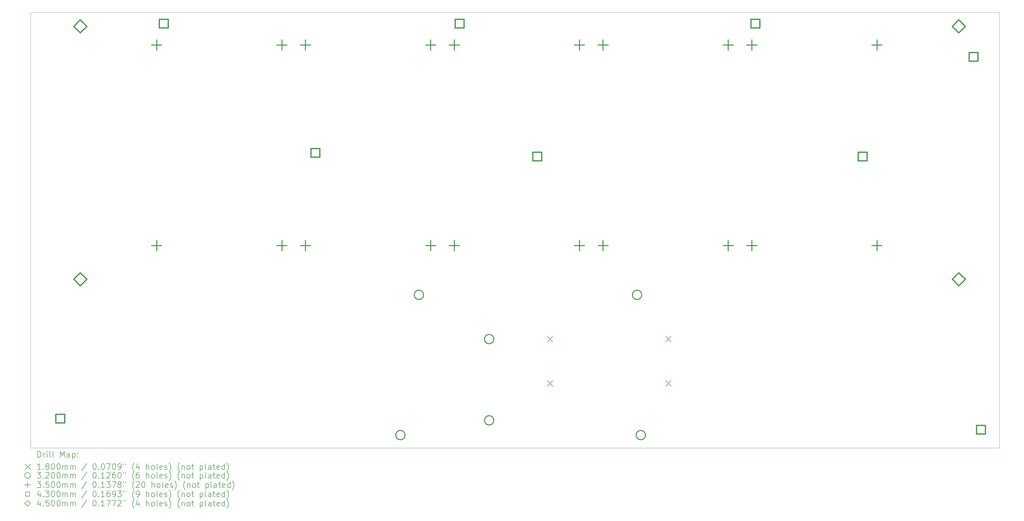
<source format=gbr>
%TF.GenerationSoftware,KiCad,Pcbnew,7.0.1*%
%TF.CreationDate,2023-03-21T23:46:57-06:00*%
%TF.ProjectId,Arm_PCB,41726d5f-5043-4422-9e6b-696361645f70,rev?*%
%TF.SameCoordinates,Original*%
%TF.FileFunction,Drillmap*%
%TF.FilePolarity,Positive*%
%FSLAX45Y45*%
G04 Gerber Fmt 4.5, Leading zero omitted, Abs format (unit mm)*
G04 Created by KiCad (PCBNEW 7.0.1) date 2023-03-21 23:46:57*
%MOMM*%
%LPD*%
G01*
G04 APERTURE LIST*
%ADD10C,0.100000*%
%ADD11C,0.200000*%
%ADD12C,0.180000*%
%ADD13C,0.320000*%
%ADD14C,0.350000*%
%ADD15C,0.430000*%
%ADD16C,0.450000*%
G04 APERTURE END LIST*
D10*
X4445000Y-4318000D02*
X37719000Y-4318000D01*
X37719000Y-19304000D01*
X4445000Y-19304000D01*
X4445000Y-4318000D01*
D11*
D12*
X22198500Y-15467500D02*
X22378500Y-15647500D01*
X22378500Y-15467500D02*
X22198500Y-15647500D01*
X22198500Y-16991500D02*
X22378500Y-17171500D01*
X22378500Y-16991500D02*
X22198500Y-17171500D01*
X26262500Y-15467500D02*
X26442500Y-15647500D01*
X26442500Y-15467500D02*
X26262500Y-15647500D01*
X26262500Y-16991500D02*
X26442500Y-17171500D01*
X26442500Y-16991500D02*
X26262500Y-17171500D01*
D13*
X17305000Y-18859500D02*
G75*
G03*
X17305000Y-18859500I-160000J0D01*
G01*
X17940000Y-14033500D02*
G75*
G03*
X17940000Y-14033500I-160000J0D01*
G01*
X20353000Y-15557500D02*
G75*
G03*
X20353000Y-15557500I-160000J0D01*
G01*
X20353000Y-18351500D02*
G75*
G03*
X20353000Y-18351500I-160000J0D01*
G01*
X25433000Y-14033500D02*
G75*
G03*
X25433000Y-14033500I-160000J0D01*
G01*
X25560000Y-18859500D02*
G75*
G03*
X25560000Y-18859500I-160000J0D01*
G01*
D14*
X8775500Y-5265000D02*
X8775500Y-5615000D01*
X8600500Y-5440000D02*
X8950500Y-5440000D01*
X8775500Y-12165000D02*
X8775500Y-12515000D01*
X8600500Y-12340000D02*
X8950500Y-12340000D01*
X13075500Y-5265000D02*
X13075500Y-5615000D01*
X12900500Y-5440000D02*
X13250500Y-5440000D01*
X13075500Y-12165000D02*
X13075500Y-12515000D01*
X12900500Y-12340000D02*
X13250500Y-12340000D01*
X13885500Y-5265000D02*
X13885500Y-5615000D01*
X13710500Y-5440000D02*
X14060500Y-5440000D01*
X13885500Y-12165000D02*
X13885500Y-12515000D01*
X13710500Y-12340000D02*
X14060500Y-12340000D01*
X18185500Y-5265000D02*
X18185500Y-5615000D01*
X18010500Y-5440000D02*
X18360500Y-5440000D01*
X18185500Y-12165000D02*
X18185500Y-12515000D01*
X18010500Y-12340000D02*
X18360500Y-12340000D01*
X18995500Y-5265000D02*
X18995500Y-5615000D01*
X18820500Y-5440000D02*
X19170500Y-5440000D01*
X18995500Y-12165000D02*
X18995500Y-12515000D01*
X18820500Y-12340000D02*
X19170500Y-12340000D01*
X23295500Y-5265000D02*
X23295500Y-5615000D01*
X23120500Y-5440000D02*
X23470500Y-5440000D01*
X23295500Y-12165000D02*
X23295500Y-12515000D01*
X23120500Y-12340000D02*
X23470500Y-12340000D01*
X24105500Y-5265000D02*
X24105500Y-5615000D01*
X23930500Y-5440000D02*
X24280500Y-5440000D01*
X24105500Y-12165000D02*
X24105500Y-12515000D01*
X23930500Y-12340000D02*
X24280500Y-12340000D01*
X28405500Y-5265000D02*
X28405500Y-5615000D01*
X28230500Y-5440000D02*
X28580500Y-5440000D01*
X28405500Y-12165000D02*
X28405500Y-12515000D01*
X28230500Y-12340000D02*
X28580500Y-12340000D01*
X29215500Y-5265000D02*
X29215500Y-5615000D01*
X29040500Y-5440000D02*
X29390500Y-5440000D01*
X29215500Y-12165000D02*
X29215500Y-12515000D01*
X29040500Y-12340000D02*
X29390500Y-12340000D01*
X33515500Y-5265000D02*
X33515500Y-5615000D01*
X33340500Y-5440000D02*
X33690500Y-5440000D01*
X33515500Y-12165000D02*
X33515500Y-12515000D01*
X33340500Y-12340000D02*
X33690500Y-12340000D01*
D15*
X5613029Y-18440029D02*
X5613029Y-18135971D01*
X5308971Y-18135971D01*
X5308971Y-18440029D01*
X5613029Y-18440029D01*
X9169029Y-4851029D02*
X9169029Y-4546971D01*
X8864971Y-4546971D01*
X8864971Y-4851029D01*
X9169029Y-4851029D01*
X14376029Y-9296029D02*
X14376029Y-8991971D01*
X14071971Y-8991971D01*
X14071971Y-9296029D01*
X14376029Y-9296029D01*
X19329029Y-4851029D02*
X19329029Y-4546971D01*
X19024971Y-4546971D01*
X19024971Y-4851029D01*
X19329029Y-4851029D01*
X21996029Y-9423029D02*
X21996029Y-9118971D01*
X21691971Y-9118971D01*
X21691971Y-9423029D01*
X21996029Y-9423029D01*
X29489029Y-4851029D02*
X29489029Y-4546971D01*
X29184971Y-4546971D01*
X29184971Y-4851029D01*
X29489029Y-4851029D01*
X33172029Y-9423029D02*
X33172029Y-9118971D01*
X32867971Y-9118971D01*
X32867971Y-9423029D01*
X33172029Y-9423029D01*
X36982029Y-5994029D02*
X36982029Y-5689971D01*
X36677971Y-5689971D01*
X36677971Y-5994029D01*
X36982029Y-5994029D01*
X37236029Y-18821029D02*
X37236029Y-18516971D01*
X36931971Y-18516971D01*
X36931971Y-18821029D01*
X37236029Y-18821029D01*
D16*
X6146000Y-5019000D02*
X6371000Y-4794000D01*
X6146000Y-4569000D01*
X5921000Y-4794000D01*
X6146000Y-5019000D01*
X6146000Y-13719000D02*
X6371000Y-13494000D01*
X6146000Y-13269000D01*
X5921000Y-13494000D01*
X6146000Y-13719000D01*
X36322000Y-5019000D02*
X36547000Y-4794000D01*
X36322000Y-4569000D01*
X36097000Y-4794000D01*
X36322000Y-5019000D01*
X36322000Y-13719000D02*
X36547000Y-13494000D01*
X36322000Y-13269000D01*
X36097000Y-13494000D01*
X36322000Y-13719000D01*
D11*
X4687619Y-19621524D02*
X4687619Y-19421524D01*
X4687619Y-19421524D02*
X4735238Y-19421524D01*
X4735238Y-19421524D02*
X4763810Y-19431048D01*
X4763810Y-19431048D02*
X4782857Y-19450095D01*
X4782857Y-19450095D02*
X4792381Y-19469143D01*
X4792381Y-19469143D02*
X4801905Y-19507238D01*
X4801905Y-19507238D02*
X4801905Y-19535810D01*
X4801905Y-19535810D02*
X4792381Y-19573905D01*
X4792381Y-19573905D02*
X4782857Y-19592952D01*
X4782857Y-19592952D02*
X4763810Y-19612000D01*
X4763810Y-19612000D02*
X4735238Y-19621524D01*
X4735238Y-19621524D02*
X4687619Y-19621524D01*
X4887619Y-19621524D02*
X4887619Y-19488190D01*
X4887619Y-19526286D02*
X4897143Y-19507238D01*
X4897143Y-19507238D02*
X4906667Y-19497714D01*
X4906667Y-19497714D02*
X4925714Y-19488190D01*
X4925714Y-19488190D02*
X4944762Y-19488190D01*
X5011429Y-19621524D02*
X5011429Y-19488190D01*
X5011429Y-19421524D02*
X5001905Y-19431048D01*
X5001905Y-19431048D02*
X5011429Y-19440571D01*
X5011429Y-19440571D02*
X5020952Y-19431048D01*
X5020952Y-19431048D02*
X5011429Y-19421524D01*
X5011429Y-19421524D02*
X5011429Y-19440571D01*
X5135238Y-19621524D02*
X5116190Y-19612000D01*
X5116190Y-19612000D02*
X5106667Y-19592952D01*
X5106667Y-19592952D02*
X5106667Y-19421524D01*
X5240000Y-19621524D02*
X5220952Y-19612000D01*
X5220952Y-19612000D02*
X5211429Y-19592952D01*
X5211429Y-19592952D02*
X5211429Y-19421524D01*
X5468571Y-19621524D02*
X5468571Y-19421524D01*
X5468571Y-19421524D02*
X5535238Y-19564381D01*
X5535238Y-19564381D02*
X5601905Y-19421524D01*
X5601905Y-19421524D02*
X5601905Y-19621524D01*
X5782857Y-19621524D02*
X5782857Y-19516762D01*
X5782857Y-19516762D02*
X5773333Y-19497714D01*
X5773333Y-19497714D02*
X5754286Y-19488190D01*
X5754286Y-19488190D02*
X5716190Y-19488190D01*
X5716190Y-19488190D02*
X5697143Y-19497714D01*
X5782857Y-19612000D02*
X5763809Y-19621524D01*
X5763809Y-19621524D02*
X5716190Y-19621524D01*
X5716190Y-19621524D02*
X5697143Y-19612000D01*
X5697143Y-19612000D02*
X5687619Y-19592952D01*
X5687619Y-19592952D02*
X5687619Y-19573905D01*
X5687619Y-19573905D02*
X5697143Y-19554857D01*
X5697143Y-19554857D02*
X5716190Y-19545333D01*
X5716190Y-19545333D02*
X5763809Y-19545333D01*
X5763809Y-19545333D02*
X5782857Y-19535810D01*
X5878095Y-19488190D02*
X5878095Y-19688190D01*
X5878095Y-19497714D02*
X5897143Y-19488190D01*
X5897143Y-19488190D02*
X5935238Y-19488190D01*
X5935238Y-19488190D02*
X5954286Y-19497714D01*
X5954286Y-19497714D02*
X5963809Y-19507238D01*
X5963809Y-19507238D02*
X5973333Y-19526286D01*
X5973333Y-19526286D02*
X5973333Y-19583429D01*
X5973333Y-19583429D02*
X5963809Y-19602476D01*
X5963809Y-19602476D02*
X5954286Y-19612000D01*
X5954286Y-19612000D02*
X5935238Y-19621524D01*
X5935238Y-19621524D02*
X5897143Y-19621524D01*
X5897143Y-19621524D02*
X5878095Y-19612000D01*
X6059048Y-19602476D02*
X6068571Y-19612000D01*
X6068571Y-19612000D02*
X6059048Y-19621524D01*
X6059048Y-19621524D02*
X6049524Y-19612000D01*
X6049524Y-19612000D02*
X6059048Y-19602476D01*
X6059048Y-19602476D02*
X6059048Y-19621524D01*
X6059048Y-19497714D02*
X6068571Y-19507238D01*
X6068571Y-19507238D02*
X6059048Y-19516762D01*
X6059048Y-19516762D02*
X6049524Y-19507238D01*
X6049524Y-19507238D02*
X6059048Y-19497714D01*
X6059048Y-19497714D02*
X6059048Y-19516762D01*
D12*
X4260000Y-19859000D02*
X4440000Y-20039000D01*
X4440000Y-19859000D02*
X4260000Y-20039000D01*
D11*
X4792381Y-20041524D02*
X4678095Y-20041524D01*
X4735238Y-20041524D02*
X4735238Y-19841524D01*
X4735238Y-19841524D02*
X4716190Y-19870095D01*
X4716190Y-19870095D02*
X4697143Y-19889143D01*
X4697143Y-19889143D02*
X4678095Y-19898667D01*
X4878095Y-20022476D02*
X4887619Y-20032000D01*
X4887619Y-20032000D02*
X4878095Y-20041524D01*
X4878095Y-20041524D02*
X4868571Y-20032000D01*
X4868571Y-20032000D02*
X4878095Y-20022476D01*
X4878095Y-20022476D02*
X4878095Y-20041524D01*
X5001905Y-19927238D02*
X4982857Y-19917714D01*
X4982857Y-19917714D02*
X4973333Y-19908190D01*
X4973333Y-19908190D02*
X4963810Y-19889143D01*
X4963810Y-19889143D02*
X4963810Y-19879619D01*
X4963810Y-19879619D02*
X4973333Y-19860571D01*
X4973333Y-19860571D02*
X4982857Y-19851048D01*
X4982857Y-19851048D02*
X5001905Y-19841524D01*
X5001905Y-19841524D02*
X5040000Y-19841524D01*
X5040000Y-19841524D02*
X5059048Y-19851048D01*
X5059048Y-19851048D02*
X5068571Y-19860571D01*
X5068571Y-19860571D02*
X5078095Y-19879619D01*
X5078095Y-19879619D02*
X5078095Y-19889143D01*
X5078095Y-19889143D02*
X5068571Y-19908190D01*
X5068571Y-19908190D02*
X5059048Y-19917714D01*
X5059048Y-19917714D02*
X5040000Y-19927238D01*
X5040000Y-19927238D02*
X5001905Y-19927238D01*
X5001905Y-19927238D02*
X4982857Y-19936762D01*
X4982857Y-19936762D02*
X4973333Y-19946286D01*
X4973333Y-19946286D02*
X4963810Y-19965333D01*
X4963810Y-19965333D02*
X4963810Y-20003429D01*
X4963810Y-20003429D02*
X4973333Y-20022476D01*
X4973333Y-20022476D02*
X4982857Y-20032000D01*
X4982857Y-20032000D02*
X5001905Y-20041524D01*
X5001905Y-20041524D02*
X5040000Y-20041524D01*
X5040000Y-20041524D02*
X5059048Y-20032000D01*
X5059048Y-20032000D02*
X5068571Y-20022476D01*
X5068571Y-20022476D02*
X5078095Y-20003429D01*
X5078095Y-20003429D02*
X5078095Y-19965333D01*
X5078095Y-19965333D02*
X5068571Y-19946286D01*
X5068571Y-19946286D02*
X5059048Y-19936762D01*
X5059048Y-19936762D02*
X5040000Y-19927238D01*
X5201905Y-19841524D02*
X5220952Y-19841524D01*
X5220952Y-19841524D02*
X5240000Y-19851048D01*
X5240000Y-19851048D02*
X5249524Y-19860571D01*
X5249524Y-19860571D02*
X5259048Y-19879619D01*
X5259048Y-19879619D02*
X5268571Y-19917714D01*
X5268571Y-19917714D02*
X5268571Y-19965333D01*
X5268571Y-19965333D02*
X5259048Y-20003429D01*
X5259048Y-20003429D02*
X5249524Y-20022476D01*
X5249524Y-20022476D02*
X5240000Y-20032000D01*
X5240000Y-20032000D02*
X5220952Y-20041524D01*
X5220952Y-20041524D02*
X5201905Y-20041524D01*
X5201905Y-20041524D02*
X5182857Y-20032000D01*
X5182857Y-20032000D02*
X5173333Y-20022476D01*
X5173333Y-20022476D02*
X5163810Y-20003429D01*
X5163810Y-20003429D02*
X5154286Y-19965333D01*
X5154286Y-19965333D02*
X5154286Y-19917714D01*
X5154286Y-19917714D02*
X5163810Y-19879619D01*
X5163810Y-19879619D02*
X5173333Y-19860571D01*
X5173333Y-19860571D02*
X5182857Y-19851048D01*
X5182857Y-19851048D02*
X5201905Y-19841524D01*
X5392381Y-19841524D02*
X5411429Y-19841524D01*
X5411429Y-19841524D02*
X5430476Y-19851048D01*
X5430476Y-19851048D02*
X5440000Y-19860571D01*
X5440000Y-19860571D02*
X5449524Y-19879619D01*
X5449524Y-19879619D02*
X5459048Y-19917714D01*
X5459048Y-19917714D02*
X5459048Y-19965333D01*
X5459048Y-19965333D02*
X5449524Y-20003429D01*
X5449524Y-20003429D02*
X5440000Y-20022476D01*
X5440000Y-20022476D02*
X5430476Y-20032000D01*
X5430476Y-20032000D02*
X5411429Y-20041524D01*
X5411429Y-20041524D02*
X5392381Y-20041524D01*
X5392381Y-20041524D02*
X5373333Y-20032000D01*
X5373333Y-20032000D02*
X5363810Y-20022476D01*
X5363810Y-20022476D02*
X5354286Y-20003429D01*
X5354286Y-20003429D02*
X5344762Y-19965333D01*
X5344762Y-19965333D02*
X5344762Y-19917714D01*
X5344762Y-19917714D02*
X5354286Y-19879619D01*
X5354286Y-19879619D02*
X5363810Y-19860571D01*
X5363810Y-19860571D02*
X5373333Y-19851048D01*
X5373333Y-19851048D02*
X5392381Y-19841524D01*
X5544762Y-20041524D02*
X5544762Y-19908190D01*
X5544762Y-19927238D02*
X5554286Y-19917714D01*
X5554286Y-19917714D02*
X5573333Y-19908190D01*
X5573333Y-19908190D02*
X5601905Y-19908190D01*
X5601905Y-19908190D02*
X5620952Y-19917714D01*
X5620952Y-19917714D02*
X5630476Y-19936762D01*
X5630476Y-19936762D02*
X5630476Y-20041524D01*
X5630476Y-19936762D02*
X5640000Y-19917714D01*
X5640000Y-19917714D02*
X5659048Y-19908190D01*
X5659048Y-19908190D02*
X5687619Y-19908190D01*
X5687619Y-19908190D02*
X5706667Y-19917714D01*
X5706667Y-19917714D02*
X5716190Y-19936762D01*
X5716190Y-19936762D02*
X5716190Y-20041524D01*
X5811429Y-20041524D02*
X5811429Y-19908190D01*
X5811429Y-19927238D02*
X5820952Y-19917714D01*
X5820952Y-19917714D02*
X5840000Y-19908190D01*
X5840000Y-19908190D02*
X5868571Y-19908190D01*
X5868571Y-19908190D02*
X5887619Y-19917714D01*
X5887619Y-19917714D02*
X5897143Y-19936762D01*
X5897143Y-19936762D02*
X5897143Y-20041524D01*
X5897143Y-19936762D02*
X5906667Y-19917714D01*
X5906667Y-19917714D02*
X5925714Y-19908190D01*
X5925714Y-19908190D02*
X5954286Y-19908190D01*
X5954286Y-19908190D02*
X5973333Y-19917714D01*
X5973333Y-19917714D02*
X5982857Y-19936762D01*
X5982857Y-19936762D02*
X5982857Y-20041524D01*
X6373333Y-19832000D02*
X6201905Y-20089143D01*
X6630476Y-19841524D02*
X6649524Y-19841524D01*
X6649524Y-19841524D02*
X6668572Y-19851048D01*
X6668572Y-19851048D02*
X6678095Y-19860571D01*
X6678095Y-19860571D02*
X6687619Y-19879619D01*
X6687619Y-19879619D02*
X6697143Y-19917714D01*
X6697143Y-19917714D02*
X6697143Y-19965333D01*
X6697143Y-19965333D02*
X6687619Y-20003429D01*
X6687619Y-20003429D02*
X6678095Y-20022476D01*
X6678095Y-20022476D02*
X6668572Y-20032000D01*
X6668572Y-20032000D02*
X6649524Y-20041524D01*
X6649524Y-20041524D02*
X6630476Y-20041524D01*
X6630476Y-20041524D02*
X6611429Y-20032000D01*
X6611429Y-20032000D02*
X6601905Y-20022476D01*
X6601905Y-20022476D02*
X6592381Y-20003429D01*
X6592381Y-20003429D02*
X6582857Y-19965333D01*
X6582857Y-19965333D02*
X6582857Y-19917714D01*
X6582857Y-19917714D02*
X6592381Y-19879619D01*
X6592381Y-19879619D02*
X6601905Y-19860571D01*
X6601905Y-19860571D02*
X6611429Y-19851048D01*
X6611429Y-19851048D02*
X6630476Y-19841524D01*
X6782857Y-20022476D02*
X6792381Y-20032000D01*
X6792381Y-20032000D02*
X6782857Y-20041524D01*
X6782857Y-20041524D02*
X6773333Y-20032000D01*
X6773333Y-20032000D02*
X6782857Y-20022476D01*
X6782857Y-20022476D02*
X6782857Y-20041524D01*
X6916191Y-19841524D02*
X6935238Y-19841524D01*
X6935238Y-19841524D02*
X6954286Y-19851048D01*
X6954286Y-19851048D02*
X6963810Y-19860571D01*
X6963810Y-19860571D02*
X6973333Y-19879619D01*
X6973333Y-19879619D02*
X6982857Y-19917714D01*
X6982857Y-19917714D02*
X6982857Y-19965333D01*
X6982857Y-19965333D02*
X6973333Y-20003429D01*
X6973333Y-20003429D02*
X6963810Y-20022476D01*
X6963810Y-20022476D02*
X6954286Y-20032000D01*
X6954286Y-20032000D02*
X6935238Y-20041524D01*
X6935238Y-20041524D02*
X6916191Y-20041524D01*
X6916191Y-20041524D02*
X6897143Y-20032000D01*
X6897143Y-20032000D02*
X6887619Y-20022476D01*
X6887619Y-20022476D02*
X6878095Y-20003429D01*
X6878095Y-20003429D02*
X6868572Y-19965333D01*
X6868572Y-19965333D02*
X6868572Y-19917714D01*
X6868572Y-19917714D02*
X6878095Y-19879619D01*
X6878095Y-19879619D02*
X6887619Y-19860571D01*
X6887619Y-19860571D02*
X6897143Y-19851048D01*
X6897143Y-19851048D02*
X6916191Y-19841524D01*
X7049524Y-19841524D02*
X7182857Y-19841524D01*
X7182857Y-19841524D02*
X7097143Y-20041524D01*
X7297143Y-19841524D02*
X7316191Y-19841524D01*
X7316191Y-19841524D02*
X7335238Y-19851048D01*
X7335238Y-19851048D02*
X7344762Y-19860571D01*
X7344762Y-19860571D02*
X7354286Y-19879619D01*
X7354286Y-19879619D02*
X7363810Y-19917714D01*
X7363810Y-19917714D02*
X7363810Y-19965333D01*
X7363810Y-19965333D02*
X7354286Y-20003429D01*
X7354286Y-20003429D02*
X7344762Y-20022476D01*
X7344762Y-20022476D02*
X7335238Y-20032000D01*
X7335238Y-20032000D02*
X7316191Y-20041524D01*
X7316191Y-20041524D02*
X7297143Y-20041524D01*
X7297143Y-20041524D02*
X7278095Y-20032000D01*
X7278095Y-20032000D02*
X7268572Y-20022476D01*
X7268572Y-20022476D02*
X7259048Y-20003429D01*
X7259048Y-20003429D02*
X7249524Y-19965333D01*
X7249524Y-19965333D02*
X7249524Y-19917714D01*
X7249524Y-19917714D02*
X7259048Y-19879619D01*
X7259048Y-19879619D02*
X7268572Y-19860571D01*
X7268572Y-19860571D02*
X7278095Y-19851048D01*
X7278095Y-19851048D02*
X7297143Y-19841524D01*
X7459048Y-20041524D02*
X7497143Y-20041524D01*
X7497143Y-20041524D02*
X7516191Y-20032000D01*
X7516191Y-20032000D02*
X7525714Y-20022476D01*
X7525714Y-20022476D02*
X7544762Y-19993905D01*
X7544762Y-19993905D02*
X7554286Y-19955810D01*
X7554286Y-19955810D02*
X7554286Y-19879619D01*
X7554286Y-19879619D02*
X7544762Y-19860571D01*
X7544762Y-19860571D02*
X7535238Y-19851048D01*
X7535238Y-19851048D02*
X7516191Y-19841524D01*
X7516191Y-19841524D02*
X7478095Y-19841524D01*
X7478095Y-19841524D02*
X7459048Y-19851048D01*
X7459048Y-19851048D02*
X7449524Y-19860571D01*
X7449524Y-19860571D02*
X7440000Y-19879619D01*
X7440000Y-19879619D02*
X7440000Y-19927238D01*
X7440000Y-19927238D02*
X7449524Y-19946286D01*
X7449524Y-19946286D02*
X7459048Y-19955810D01*
X7459048Y-19955810D02*
X7478095Y-19965333D01*
X7478095Y-19965333D02*
X7516191Y-19965333D01*
X7516191Y-19965333D02*
X7535238Y-19955810D01*
X7535238Y-19955810D02*
X7544762Y-19946286D01*
X7544762Y-19946286D02*
X7554286Y-19927238D01*
X7630476Y-19841524D02*
X7630476Y-19879619D01*
X7706667Y-19841524D02*
X7706667Y-19879619D01*
X8001905Y-20117714D02*
X7992381Y-20108190D01*
X7992381Y-20108190D02*
X7973334Y-20079619D01*
X7973334Y-20079619D02*
X7963810Y-20060571D01*
X7963810Y-20060571D02*
X7954286Y-20032000D01*
X7954286Y-20032000D02*
X7944762Y-19984381D01*
X7944762Y-19984381D02*
X7944762Y-19946286D01*
X7944762Y-19946286D02*
X7954286Y-19898667D01*
X7954286Y-19898667D02*
X7963810Y-19870095D01*
X7963810Y-19870095D02*
X7973334Y-19851048D01*
X7973334Y-19851048D02*
X7992381Y-19822476D01*
X7992381Y-19822476D02*
X8001905Y-19812952D01*
X8163810Y-19908190D02*
X8163810Y-20041524D01*
X8116191Y-19832000D02*
X8068572Y-19974857D01*
X8068572Y-19974857D02*
X8192381Y-19974857D01*
X8420953Y-20041524D02*
X8420953Y-19841524D01*
X8506667Y-20041524D02*
X8506667Y-19936762D01*
X8506667Y-19936762D02*
X8497143Y-19917714D01*
X8497143Y-19917714D02*
X8478096Y-19908190D01*
X8478096Y-19908190D02*
X8449524Y-19908190D01*
X8449524Y-19908190D02*
X8430477Y-19917714D01*
X8430477Y-19917714D02*
X8420953Y-19927238D01*
X8630477Y-20041524D02*
X8611429Y-20032000D01*
X8611429Y-20032000D02*
X8601905Y-20022476D01*
X8601905Y-20022476D02*
X8592381Y-20003429D01*
X8592381Y-20003429D02*
X8592381Y-19946286D01*
X8592381Y-19946286D02*
X8601905Y-19927238D01*
X8601905Y-19927238D02*
X8611429Y-19917714D01*
X8611429Y-19917714D02*
X8630477Y-19908190D01*
X8630477Y-19908190D02*
X8659048Y-19908190D01*
X8659048Y-19908190D02*
X8678096Y-19917714D01*
X8678096Y-19917714D02*
X8687619Y-19927238D01*
X8687619Y-19927238D02*
X8697143Y-19946286D01*
X8697143Y-19946286D02*
X8697143Y-20003429D01*
X8697143Y-20003429D02*
X8687619Y-20022476D01*
X8687619Y-20022476D02*
X8678096Y-20032000D01*
X8678096Y-20032000D02*
X8659048Y-20041524D01*
X8659048Y-20041524D02*
X8630477Y-20041524D01*
X8811429Y-20041524D02*
X8792381Y-20032000D01*
X8792381Y-20032000D02*
X8782858Y-20012952D01*
X8782858Y-20012952D02*
X8782858Y-19841524D01*
X8963810Y-20032000D02*
X8944762Y-20041524D01*
X8944762Y-20041524D02*
X8906667Y-20041524D01*
X8906667Y-20041524D02*
X8887619Y-20032000D01*
X8887619Y-20032000D02*
X8878096Y-20012952D01*
X8878096Y-20012952D02*
X8878096Y-19936762D01*
X8878096Y-19936762D02*
X8887619Y-19917714D01*
X8887619Y-19917714D02*
X8906667Y-19908190D01*
X8906667Y-19908190D02*
X8944762Y-19908190D01*
X8944762Y-19908190D02*
X8963810Y-19917714D01*
X8963810Y-19917714D02*
X8973334Y-19936762D01*
X8973334Y-19936762D02*
X8973334Y-19955810D01*
X8973334Y-19955810D02*
X8878096Y-19974857D01*
X9049524Y-20032000D02*
X9068572Y-20041524D01*
X9068572Y-20041524D02*
X9106667Y-20041524D01*
X9106667Y-20041524D02*
X9125715Y-20032000D01*
X9125715Y-20032000D02*
X9135239Y-20012952D01*
X9135239Y-20012952D02*
X9135239Y-20003429D01*
X9135239Y-20003429D02*
X9125715Y-19984381D01*
X9125715Y-19984381D02*
X9106667Y-19974857D01*
X9106667Y-19974857D02*
X9078096Y-19974857D01*
X9078096Y-19974857D02*
X9059048Y-19965333D01*
X9059048Y-19965333D02*
X9049524Y-19946286D01*
X9049524Y-19946286D02*
X9049524Y-19936762D01*
X9049524Y-19936762D02*
X9059048Y-19917714D01*
X9059048Y-19917714D02*
X9078096Y-19908190D01*
X9078096Y-19908190D02*
X9106667Y-19908190D01*
X9106667Y-19908190D02*
X9125715Y-19917714D01*
X9201905Y-20117714D02*
X9211429Y-20108190D01*
X9211429Y-20108190D02*
X9230477Y-20079619D01*
X9230477Y-20079619D02*
X9240000Y-20060571D01*
X9240000Y-20060571D02*
X9249524Y-20032000D01*
X9249524Y-20032000D02*
X9259048Y-19984381D01*
X9259048Y-19984381D02*
X9259048Y-19946286D01*
X9259048Y-19946286D02*
X9249524Y-19898667D01*
X9249524Y-19898667D02*
X9240000Y-19870095D01*
X9240000Y-19870095D02*
X9230477Y-19851048D01*
X9230477Y-19851048D02*
X9211429Y-19822476D01*
X9211429Y-19822476D02*
X9201905Y-19812952D01*
X9563810Y-20117714D02*
X9554286Y-20108190D01*
X9554286Y-20108190D02*
X9535239Y-20079619D01*
X9535239Y-20079619D02*
X9525715Y-20060571D01*
X9525715Y-20060571D02*
X9516191Y-20032000D01*
X9516191Y-20032000D02*
X9506667Y-19984381D01*
X9506667Y-19984381D02*
X9506667Y-19946286D01*
X9506667Y-19946286D02*
X9516191Y-19898667D01*
X9516191Y-19898667D02*
X9525715Y-19870095D01*
X9525715Y-19870095D02*
X9535239Y-19851048D01*
X9535239Y-19851048D02*
X9554286Y-19822476D01*
X9554286Y-19822476D02*
X9563810Y-19812952D01*
X9640000Y-19908190D02*
X9640000Y-20041524D01*
X9640000Y-19927238D02*
X9649524Y-19917714D01*
X9649524Y-19917714D02*
X9668572Y-19908190D01*
X9668572Y-19908190D02*
X9697143Y-19908190D01*
X9697143Y-19908190D02*
X9716191Y-19917714D01*
X9716191Y-19917714D02*
X9725715Y-19936762D01*
X9725715Y-19936762D02*
X9725715Y-20041524D01*
X9849524Y-20041524D02*
X9830477Y-20032000D01*
X9830477Y-20032000D02*
X9820953Y-20022476D01*
X9820953Y-20022476D02*
X9811429Y-20003429D01*
X9811429Y-20003429D02*
X9811429Y-19946286D01*
X9811429Y-19946286D02*
X9820953Y-19927238D01*
X9820953Y-19927238D02*
X9830477Y-19917714D01*
X9830477Y-19917714D02*
X9849524Y-19908190D01*
X9849524Y-19908190D02*
X9878096Y-19908190D01*
X9878096Y-19908190D02*
X9897143Y-19917714D01*
X9897143Y-19917714D02*
X9906667Y-19927238D01*
X9906667Y-19927238D02*
X9916191Y-19946286D01*
X9916191Y-19946286D02*
X9916191Y-20003429D01*
X9916191Y-20003429D02*
X9906667Y-20022476D01*
X9906667Y-20022476D02*
X9897143Y-20032000D01*
X9897143Y-20032000D02*
X9878096Y-20041524D01*
X9878096Y-20041524D02*
X9849524Y-20041524D01*
X9973334Y-19908190D02*
X10049524Y-19908190D01*
X10001905Y-19841524D02*
X10001905Y-20012952D01*
X10001905Y-20012952D02*
X10011429Y-20032000D01*
X10011429Y-20032000D02*
X10030477Y-20041524D01*
X10030477Y-20041524D02*
X10049524Y-20041524D01*
X10268572Y-19908190D02*
X10268572Y-20108190D01*
X10268572Y-19917714D02*
X10287620Y-19908190D01*
X10287620Y-19908190D02*
X10325715Y-19908190D01*
X10325715Y-19908190D02*
X10344762Y-19917714D01*
X10344762Y-19917714D02*
X10354286Y-19927238D01*
X10354286Y-19927238D02*
X10363810Y-19946286D01*
X10363810Y-19946286D02*
X10363810Y-20003429D01*
X10363810Y-20003429D02*
X10354286Y-20022476D01*
X10354286Y-20022476D02*
X10344762Y-20032000D01*
X10344762Y-20032000D02*
X10325715Y-20041524D01*
X10325715Y-20041524D02*
X10287620Y-20041524D01*
X10287620Y-20041524D02*
X10268572Y-20032000D01*
X10478096Y-20041524D02*
X10459048Y-20032000D01*
X10459048Y-20032000D02*
X10449524Y-20012952D01*
X10449524Y-20012952D02*
X10449524Y-19841524D01*
X10640001Y-20041524D02*
X10640001Y-19936762D01*
X10640001Y-19936762D02*
X10630477Y-19917714D01*
X10630477Y-19917714D02*
X10611429Y-19908190D01*
X10611429Y-19908190D02*
X10573334Y-19908190D01*
X10573334Y-19908190D02*
X10554286Y-19917714D01*
X10640001Y-20032000D02*
X10620953Y-20041524D01*
X10620953Y-20041524D02*
X10573334Y-20041524D01*
X10573334Y-20041524D02*
X10554286Y-20032000D01*
X10554286Y-20032000D02*
X10544762Y-20012952D01*
X10544762Y-20012952D02*
X10544762Y-19993905D01*
X10544762Y-19993905D02*
X10554286Y-19974857D01*
X10554286Y-19974857D02*
X10573334Y-19965333D01*
X10573334Y-19965333D02*
X10620953Y-19965333D01*
X10620953Y-19965333D02*
X10640001Y-19955810D01*
X10706667Y-19908190D02*
X10782858Y-19908190D01*
X10735239Y-19841524D02*
X10735239Y-20012952D01*
X10735239Y-20012952D02*
X10744762Y-20032000D01*
X10744762Y-20032000D02*
X10763810Y-20041524D01*
X10763810Y-20041524D02*
X10782858Y-20041524D01*
X10925715Y-20032000D02*
X10906667Y-20041524D01*
X10906667Y-20041524D02*
X10868572Y-20041524D01*
X10868572Y-20041524D02*
X10849524Y-20032000D01*
X10849524Y-20032000D02*
X10840001Y-20012952D01*
X10840001Y-20012952D02*
X10840001Y-19936762D01*
X10840001Y-19936762D02*
X10849524Y-19917714D01*
X10849524Y-19917714D02*
X10868572Y-19908190D01*
X10868572Y-19908190D02*
X10906667Y-19908190D01*
X10906667Y-19908190D02*
X10925715Y-19917714D01*
X10925715Y-19917714D02*
X10935239Y-19936762D01*
X10935239Y-19936762D02*
X10935239Y-19955810D01*
X10935239Y-19955810D02*
X10840001Y-19974857D01*
X11106667Y-20041524D02*
X11106667Y-19841524D01*
X11106667Y-20032000D02*
X11087620Y-20041524D01*
X11087620Y-20041524D02*
X11049524Y-20041524D01*
X11049524Y-20041524D02*
X11030477Y-20032000D01*
X11030477Y-20032000D02*
X11020953Y-20022476D01*
X11020953Y-20022476D02*
X11011429Y-20003429D01*
X11011429Y-20003429D02*
X11011429Y-19946286D01*
X11011429Y-19946286D02*
X11020953Y-19927238D01*
X11020953Y-19927238D02*
X11030477Y-19917714D01*
X11030477Y-19917714D02*
X11049524Y-19908190D01*
X11049524Y-19908190D02*
X11087620Y-19908190D01*
X11087620Y-19908190D02*
X11106667Y-19917714D01*
X11182858Y-20117714D02*
X11192381Y-20108190D01*
X11192381Y-20108190D02*
X11211429Y-20079619D01*
X11211429Y-20079619D02*
X11220953Y-20060571D01*
X11220953Y-20060571D02*
X11230477Y-20032000D01*
X11230477Y-20032000D02*
X11240000Y-19984381D01*
X11240000Y-19984381D02*
X11240000Y-19946286D01*
X11240000Y-19946286D02*
X11230477Y-19898667D01*
X11230477Y-19898667D02*
X11220953Y-19870095D01*
X11220953Y-19870095D02*
X11211429Y-19851048D01*
X11211429Y-19851048D02*
X11192381Y-19822476D01*
X11192381Y-19822476D02*
X11182858Y-19812952D01*
X4440000Y-20249000D02*
G75*
G03*
X4440000Y-20249000I-100000J0D01*
G01*
X4668571Y-20141524D02*
X4792381Y-20141524D01*
X4792381Y-20141524D02*
X4725714Y-20217714D01*
X4725714Y-20217714D02*
X4754286Y-20217714D01*
X4754286Y-20217714D02*
X4773333Y-20227238D01*
X4773333Y-20227238D02*
X4782857Y-20236762D01*
X4782857Y-20236762D02*
X4792381Y-20255810D01*
X4792381Y-20255810D02*
X4792381Y-20303429D01*
X4792381Y-20303429D02*
X4782857Y-20322476D01*
X4782857Y-20322476D02*
X4773333Y-20332000D01*
X4773333Y-20332000D02*
X4754286Y-20341524D01*
X4754286Y-20341524D02*
X4697143Y-20341524D01*
X4697143Y-20341524D02*
X4678095Y-20332000D01*
X4678095Y-20332000D02*
X4668571Y-20322476D01*
X4878095Y-20322476D02*
X4887619Y-20332000D01*
X4887619Y-20332000D02*
X4878095Y-20341524D01*
X4878095Y-20341524D02*
X4868571Y-20332000D01*
X4868571Y-20332000D02*
X4878095Y-20322476D01*
X4878095Y-20322476D02*
X4878095Y-20341524D01*
X4963810Y-20160571D02*
X4973333Y-20151048D01*
X4973333Y-20151048D02*
X4992381Y-20141524D01*
X4992381Y-20141524D02*
X5040000Y-20141524D01*
X5040000Y-20141524D02*
X5059048Y-20151048D01*
X5059048Y-20151048D02*
X5068571Y-20160571D01*
X5068571Y-20160571D02*
X5078095Y-20179619D01*
X5078095Y-20179619D02*
X5078095Y-20198667D01*
X5078095Y-20198667D02*
X5068571Y-20227238D01*
X5068571Y-20227238D02*
X4954286Y-20341524D01*
X4954286Y-20341524D02*
X5078095Y-20341524D01*
X5201905Y-20141524D02*
X5220952Y-20141524D01*
X5220952Y-20141524D02*
X5240000Y-20151048D01*
X5240000Y-20151048D02*
X5249524Y-20160571D01*
X5249524Y-20160571D02*
X5259048Y-20179619D01*
X5259048Y-20179619D02*
X5268571Y-20217714D01*
X5268571Y-20217714D02*
X5268571Y-20265333D01*
X5268571Y-20265333D02*
X5259048Y-20303429D01*
X5259048Y-20303429D02*
X5249524Y-20322476D01*
X5249524Y-20322476D02*
X5240000Y-20332000D01*
X5240000Y-20332000D02*
X5220952Y-20341524D01*
X5220952Y-20341524D02*
X5201905Y-20341524D01*
X5201905Y-20341524D02*
X5182857Y-20332000D01*
X5182857Y-20332000D02*
X5173333Y-20322476D01*
X5173333Y-20322476D02*
X5163810Y-20303429D01*
X5163810Y-20303429D02*
X5154286Y-20265333D01*
X5154286Y-20265333D02*
X5154286Y-20217714D01*
X5154286Y-20217714D02*
X5163810Y-20179619D01*
X5163810Y-20179619D02*
X5173333Y-20160571D01*
X5173333Y-20160571D02*
X5182857Y-20151048D01*
X5182857Y-20151048D02*
X5201905Y-20141524D01*
X5392381Y-20141524D02*
X5411429Y-20141524D01*
X5411429Y-20141524D02*
X5430476Y-20151048D01*
X5430476Y-20151048D02*
X5440000Y-20160571D01*
X5440000Y-20160571D02*
X5449524Y-20179619D01*
X5449524Y-20179619D02*
X5459048Y-20217714D01*
X5459048Y-20217714D02*
X5459048Y-20265333D01*
X5459048Y-20265333D02*
X5449524Y-20303429D01*
X5449524Y-20303429D02*
X5440000Y-20322476D01*
X5440000Y-20322476D02*
X5430476Y-20332000D01*
X5430476Y-20332000D02*
X5411429Y-20341524D01*
X5411429Y-20341524D02*
X5392381Y-20341524D01*
X5392381Y-20341524D02*
X5373333Y-20332000D01*
X5373333Y-20332000D02*
X5363810Y-20322476D01*
X5363810Y-20322476D02*
X5354286Y-20303429D01*
X5354286Y-20303429D02*
X5344762Y-20265333D01*
X5344762Y-20265333D02*
X5344762Y-20217714D01*
X5344762Y-20217714D02*
X5354286Y-20179619D01*
X5354286Y-20179619D02*
X5363810Y-20160571D01*
X5363810Y-20160571D02*
X5373333Y-20151048D01*
X5373333Y-20151048D02*
X5392381Y-20141524D01*
X5544762Y-20341524D02*
X5544762Y-20208190D01*
X5544762Y-20227238D02*
X5554286Y-20217714D01*
X5554286Y-20217714D02*
X5573333Y-20208190D01*
X5573333Y-20208190D02*
X5601905Y-20208190D01*
X5601905Y-20208190D02*
X5620952Y-20217714D01*
X5620952Y-20217714D02*
X5630476Y-20236762D01*
X5630476Y-20236762D02*
X5630476Y-20341524D01*
X5630476Y-20236762D02*
X5640000Y-20217714D01*
X5640000Y-20217714D02*
X5659048Y-20208190D01*
X5659048Y-20208190D02*
X5687619Y-20208190D01*
X5687619Y-20208190D02*
X5706667Y-20217714D01*
X5706667Y-20217714D02*
X5716190Y-20236762D01*
X5716190Y-20236762D02*
X5716190Y-20341524D01*
X5811429Y-20341524D02*
X5811429Y-20208190D01*
X5811429Y-20227238D02*
X5820952Y-20217714D01*
X5820952Y-20217714D02*
X5840000Y-20208190D01*
X5840000Y-20208190D02*
X5868571Y-20208190D01*
X5868571Y-20208190D02*
X5887619Y-20217714D01*
X5887619Y-20217714D02*
X5897143Y-20236762D01*
X5897143Y-20236762D02*
X5897143Y-20341524D01*
X5897143Y-20236762D02*
X5906667Y-20217714D01*
X5906667Y-20217714D02*
X5925714Y-20208190D01*
X5925714Y-20208190D02*
X5954286Y-20208190D01*
X5954286Y-20208190D02*
X5973333Y-20217714D01*
X5973333Y-20217714D02*
X5982857Y-20236762D01*
X5982857Y-20236762D02*
X5982857Y-20341524D01*
X6373333Y-20132000D02*
X6201905Y-20389143D01*
X6630476Y-20141524D02*
X6649524Y-20141524D01*
X6649524Y-20141524D02*
X6668572Y-20151048D01*
X6668572Y-20151048D02*
X6678095Y-20160571D01*
X6678095Y-20160571D02*
X6687619Y-20179619D01*
X6687619Y-20179619D02*
X6697143Y-20217714D01*
X6697143Y-20217714D02*
X6697143Y-20265333D01*
X6697143Y-20265333D02*
X6687619Y-20303429D01*
X6687619Y-20303429D02*
X6678095Y-20322476D01*
X6678095Y-20322476D02*
X6668572Y-20332000D01*
X6668572Y-20332000D02*
X6649524Y-20341524D01*
X6649524Y-20341524D02*
X6630476Y-20341524D01*
X6630476Y-20341524D02*
X6611429Y-20332000D01*
X6611429Y-20332000D02*
X6601905Y-20322476D01*
X6601905Y-20322476D02*
X6592381Y-20303429D01*
X6592381Y-20303429D02*
X6582857Y-20265333D01*
X6582857Y-20265333D02*
X6582857Y-20217714D01*
X6582857Y-20217714D02*
X6592381Y-20179619D01*
X6592381Y-20179619D02*
X6601905Y-20160571D01*
X6601905Y-20160571D02*
X6611429Y-20151048D01*
X6611429Y-20151048D02*
X6630476Y-20141524D01*
X6782857Y-20322476D02*
X6792381Y-20332000D01*
X6792381Y-20332000D02*
X6782857Y-20341524D01*
X6782857Y-20341524D02*
X6773333Y-20332000D01*
X6773333Y-20332000D02*
X6782857Y-20322476D01*
X6782857Y-20322476D02*
X6782857Y-20341524D01*
X6982857Y-20341524D02*
X6868572Y-20341524D01*
X6925714Y-20341524D02*
X6925714Y-20141524D01*
X6925714Y-20141524D02*
X6906667Y-20170095D01*
X6906667Y-20170095D02*
X6887619Y-20189143D01*
X6887619Y-20189143D02*
X6868572Y-20198667D01*
X7059048Y-20160571D02*
X7068572Y-20151048D01*
X7068572Y-20151048D02*
X7087619Y-20141524D01*
X7087619Y-20141524D02*
X7135238Y-20141524D01*
X7135238Y-20141524D02*
X7154286Y-20151048D01*
X7154286Y-20151048D02*
X7163810Y-20160571D01*
X7163810Y-20160571D02*
X7173333Y-20179619D01*
X7173333Y-20179619D02*
X7173333Y-20198667D01*
X7173333Y-20198667D02*
X7163810Y-20227238D01*
X7163810Y-20227238D02*
X7049524Y-20341524D01*
X7049524Y-20341524D02*
X7173333Y-20341524D01*
X7344762Y-20141524D02*
X7306667Y-20141524D01*
X7306667Y-20141524D02*
X7287619Y-20151048D01*
X7287619Y-20151048D02*
X7278095Y-20160571D01*
X7278095Y-20160571D02*
X7259048Y-20189143D01*
X7259048Y-20189143D02*
X7249524Y-20227238D01*
X7249524Y-20227238D02*
X7249524Y-20303429D01*
X7249524Y-20303429D02*
X7259048Y-20322476D01*
X7259048Y-20322476D02*
X7268572Y-20332000D01*
X7268572Y-20332000D02*
X7287619Y-20341524D01*
X7287619Y-20341524D02*
X7325714Y-20341524D01*
X7325714Y-20341524D02*
X7344762Y-20332000D01*
X7344762Y-20332000D02*
X7354286Y-20322476D01*
X7354286Y-20322476D02*
X7363810Y-20303429D01*
X7363810Y-20303429D02*
X7363810Y-20255810D01*
X7363810Y-20255810D02*
X7354286Y-20236762D01*
X7354286Y-20236762D02*
X7344762Y-20227238D01*
X7344762Y-20227238D02*
X7325714Y-20217714D01*
X7325714Y-20217714D02*
X7287619Y-20217714D01*
X7287619Y-20217714D02*
X7268572Y-20227238D01*
X7268572Y-20227238D02*
X7259048Y-20236762D01*
X7259048Y-20236762D02*
X7249524Y-20255810D01*
X7487619Y-20141524D02*
X7506667Y-20141524D01*
X7506667Y-20141524D02*
X7525714Y-20151048D01*
X7525714Y-20151048D02*
X7535238Y-20160571D01*
X7535238Y-20160571D02*
X7544762Y-20179619D01*
X7544762Y-20179619D02*
X7554286Y-20217714D01*
X7554286Y-20217714D02*
X7554286Y-20265333D01*
X7554286Y-20265333D02*
X7544762Y-20303429D01*
X7544762Y-20303429D02*
X7535238Y-20322476D01*
X7535238Y-20322476D02*
X7525714Y-20332000D01*
X7525714Y-20332000D02*
X7506667Y-20341524D01*
X7506667Y-20341524D02*
X7487619Y-20341524D01*
X7487619Y-20341524D02*
X7468572Y-20332000D01*
X7468572Y-20332000D02*
X7459048Y-20322476D01*
X7459048Y-20322476D02*
X7449524Y-20303429D01*
X7449524Y-20303429D02*
X7440000Y-20265333D01*
X7440000Y-20265333D02*
X7440000Y-20217714D01*
X7440000Y-20217714D02*
X7449524Y-20179619D01*
X7449524Y-20179619D02*
X7459048Y-20160571D01*
X7459048Y-20160571D02*
X7468572Y-20151048D01*
X7468572Y-20151048D02*
X7487619Y-20141524D01*
X7630476Y-20141524D02*
X7630476Y-20179619D01*
X7706667Y-20141524D02*
X7706667Y-20179619D01*
X8001905Y-20417714D02*
X7992381Y-20408190D01*
X7992381Y-20408190D02*
X7973334Y-20379619D01*
X7973334Y-20379619D02*
X7963810Y-20360571D01*
X7963810Y-20360571D02*
X7954286Y-20332000D01*
X7954286Y-20332000D02*
X7944762Y-20284381D01*
X7944762Y-20284381D02*
X7944762Y-20246286D01*
X7944762Y-20246286D02*
X7954286Y-20198667D01*
X7954286Y-20198667D02*
X7963810Y-20170095D01*
X7963810Y-20170095D02*
X7973334Y-20151048D01*
X7973334Y-20151048D02*
X7992381Y-20122476D01*
X7992381Y-20122476D02*
X8001905Y-20112952D01*
X8163810Y-20141524D02*
X8125714Y-20141524D01*
X8125714Y-20141524D02*
X8106667Y-20151048D01*
X8106667Y-20151048D02*
X8097143Y-20160571D01*
X8097143Y-20160571D02*
X8078095Y-20189143D01*
X8078095Y-20189143D02*
X8068572Y-20227238D01*
X8068572Y-20227238D02*
X8068572Y-20303429D01*
X8068572Y-20303429D02*
X8078095Y-20322476D01*
X8078095Y-20322476D02*
X8087619Y-20332000D01*
X8087619Y-20332000D02*
X8106667Y-20341524D01*
X8106667Y-20341524D02*
X8144762Y-20341524D01*
X8144762Y-20341524D02*
X8163810Y-20332000D01*
X8163810Y-20332000D02*
X8173334Y-20322476D01*
X8173334Y-20322476D02*
X8182857Y-20303429D01*
X8182857Y-20303429D02*
X8182857Y-20255810D01*
X8182857Y-20255810D02*
X8173334Y-20236762D01*
X8173334Y-20236762D02*
X8163810Y-20227238D01*
X8163810Y-20227238D02*
X8144762Y-20217714D01*
X8144762Y-20217714D02*
X8106667Y-20217714D01*
X8106667Y-20217714D02*
X8087619Y-20227238D01*
X8087619Y-20227238D02*
X8078095Y-20236762D01*
X8078095Y-20236762D02*
X8068572Y-20255810D01*
X8420953Y-20341524D02*
X8420953Y-20141524D01*
X8506667Y-20341524D02*
X8506667Y-20236762D01*
X8506667Y-20236762D02*
X8497143Y-20217714D01*
X8497143Y-20217714D02*
X8478096Y-20208190D01*
X8478096Y-20208190D02*
X8449524Y-20208190D01*
X8449524Y-20208190D02*
X8430477Y-20217714D01*
X8430477Y-20217714D02*
X8420953Y-20227238D01*
X8630477Y-20341524D02*
X8611429Y-20332000D01*
X8611429Y-20332000D02*
X8601905Y-20322476D01*
X8601905Y-20322476D02*
X8592381Y-20303429D01*
X8592381Y-20303429D02*
X8592381Y-20246286D01*
X8592381Y-20246286D02*
X8601905Y-20227238D01*
X8601905Y-20227238D02*
X8611429Y-20217714D01*
X8611429Y-20217714D02*
X8630477Y-20208190D01*
X8630477Y-20208190D02*
X8659048Y-20208190D01*
X8659048Y-20208190D02*
X8678096Y-20217714D01*
X8678096Y-20217714D02*
X8687619Y-20227238D01*
X8687619Y-20227238D02*
X8697143Y-20246286D01*
X8697143Y-20246286D02*
X8697143Y-20303429D01*
X8697143Y-20303429D02*
X8687619Y-20322476D01*
X8687619Y-20322476D02*
X8678096Y-20332000D01*
X8678096Y-20332000D02*
X8659048Y-20341524D01*
X8659048Y-20341524D02*
X8630477Y-20341524D01*
X8811429Y-20341524D02*
X8792381Y-20332000D01*
X8792381Y-20332000D02*
X8782858Y-20312952D01*
X8782858Y-20312952D02*
X8782858Y-20141524D01*
X8963810Y-20332000D02*
X8944762Y-20341524D01*
X8944762Y-20341524D02*
X8906667Y-20341524D01*
X8906667Y-20341524D02*
X8887619Y-20332000D01*
X8887619Y-20332000D02*
X8878096Y-20312952D01*
X8878096Y-20312952D02*
X8878096Y-20236762D01*
X8878096Y-20236762D02*
X8887619Y-20217714D01*
X8887619Y-20217714D02*
X8906667Y-20208190D01*
X8906667Y-20208190D02*
X8944762Y-20208190D01*
X8944762Y-20208190D02*
X8963810Y-20217714D01*
X8963810Y-20217714D02*
X8973334Y-20236762D01*
X8973334Y-20236762D02*
X8973334Y-20255810D01*
X8973334Y-20255810D02*
X8878096Y-20274857D01*
X9049524Y-20332000D02*
X9068572Y-20341524D01*
X9068572Y-20341524D02*
X9106667Y-20341524D01*
X9106667Y-20341524D02*
X9125715Y-20332000D01*
X9125715Y-20332000D02*
X9135239Y-20312952D01*
X9135239Y-20312952D02*
X9135239Y-20303429D01*
X9135239Y-20303429D02*
X9125715Y-20284381D01*
X9125715Y-20284381D02*
X9106667Y-20274857D01*
X9106667Y-20274857D02*
X9078096Y-20274857D01*
X9078096Y-20274857D02*
X9059048Y-20265333D01*
X9059048Y-20265333D02*
X9049524Y-20246286D01*
X9049524Y-20246286D02*
X9049524Y-20236762D01*
X9049524Y-20236762D02*
X9059048Y-20217714D01*
X9059048Y-20217714D02*
X9078096Y-20208190D01*
X9078096Y-20208190D02*
X9106667Y-20208190D01*
X9106667Y-20208190D02*
X9125715Y-20217714D01*
X9201905Y-20417714D02*
X9211429Y-20408190D01*
X9211429Y-20408190D02*
X9230477Y-20379619D01*
X9230477Y-20379619D02*
X9240000Y-20360571D01*
X9240000Y-20360571D02*
X9249524Y-20332000D01*
X9249524Y-20332000D02*
X9259048Y-20284381D01*
X9259048Y-20284381D02*
X9259048Y-20246286D01*
X9259048Y-20246286D02*
X9249524Y-20198667D01*
X9249524Y-20198667D02*
X9240000Y-20170095D01*
X9240000Y-20170095D02*
X9230477Y-20151048D01*
X9230477Y-20151048D02*
X9211429Y-20122476D01*
X9211429Y-20122476D02*
X9201905Y-20112952D01*
X9563810Y-20417714D02*
X9554286Y-20408190D01*
X9554286Y-20408190D02*
X9535239Y-20379619D01*
X9535239Y-20379619D02*
X9525715Y-20360571D01*
X9525715Y-20360571D02*
X9516191Y-20332000D01*
X9516191Y-20332000D02*
X9506667Y-20284381D01*
X9506667Y-20284381D02*
X9506667Y-20246286D01*
X9506667Y-20246286D02*
X9516191Y-20198667D01*
X9516191Y-20198667D02*
X9525715Y-20170095D01*
X9525715Y-20170095D02*
X9535239Y-20151048D01*
X9535239Y-20151048D02*
X9554286Y-20122476D01*
X9554286Y-20122476D02*
X9563810Y-20112952D01*
X9640000Y-20208190D02*
X9640000Y-20341524D01*
X9640000Y-20227238D02*
X9649524Y-20217714D01*
X9649524Y-20217714D02*
X9668572Y-20208190D01*
X9668572Y-20208190D02*
X9697143Y-20208190D01*
X9697143Y-20208190D02*
X9716191Y-20217714D01*
X9716191Y-20217714D02*
X9725715Y-20236762D01*
X9725715Y-20236762D02*
X9725715Y-20341524D01*
X9849524Y-20341524D02*
X9830477Y-20332000D01*
X9830477Y-20332000D02*
X9820953Y-20322476D01*
X9820953Y-20322476D02*
X9811429Y-20303429D01*
X9811429Y-20303429D02*
X9811429Y-20246286D01*
X9811429Y-20246286D02*
X9820953Y-20227238D01*
X9820953Y-20227238D02*
X9830477Y-20217714D01*
X9830477Y-20217714D02*
X9849524Y-20208190D01*
X9849524Y-20208190D02*
X9878096Y-20208190D01*
X9878096Y-20208190D02*
X9897143Y-20217714D01*
X9897143Y-20217714D02*
X9906667Y-20227238D01*
X9906667Y-20227238D02*
X9916191Y-20246286D01*
X9916191Y-20246286D02*
X9916191Y-20303429D01*
X9916191Y-20303429D02*
X9906667Y-20322476D01*
X9906667Y-20322476D02*
X9897143Y-20332000D01*
X9897143Y-20332000D02*
X9878096Y-20341524D01*
X9878096Y-20341524D02*
X9849524Y-20341524D01*
X9973334Y-20208190D02*
X10049524Y-20208190D01*
X10001905Y-20141524D02*
X10001905Y-20312952D01*
X10001905Y-20312952D02*
X10011429Y-20332000D01*
X10011429Y-20332000D02*
X10030477Y-20341524D01*
X10030477Y-20341524D02*
X10049524Y-20341524D01*
X10268572Y-20208190D02*
X10268572Y-20408190D01*
X10268572Y-20217714D02*
X10287620Y-20208190D01*
X10287620Y-20208190D02*
X10325715Y-20208190D01*
X10325715Y-20208190D02*
X10344762Y-20217714D01*
X10344762Y-20217714D02*
X10354286Y-20227238D01*
X10354286Y-20227238D02*
X10363810Y-20246286D01*
X10363810Y-20246286D02*
X10363810Y-20303429D01*
X10363810Y-20303429D02*
X10354286Y-20322476D01*
X10354286Y-20322476D02*
X10344762Y-20332000D01*
X10344762Y-20332000D02*
X10325715Y-20341524D01*
X10325715Y-20341524D02*
X10287620Y-20341524D01*
X10287620Y-20341524D02*
X10268572Y-20332000D01*
X10478096Y-20341524D02*
X10459048Y-20332000D01*
X10459048Y-20332000D02*
X10449524Y-20312952D01*
X10449524Y-20312952D02*
X10449524Y-20141524D01*
X10640001Y-20341524D02*
X10640001Y-20236762D01*
X10640001Y-20236762D02*
X10630477Y-20217714D01*
X10630477Y-20217714D02*
X10611429Y-20208190D01*
X10611429Y-20208190D02*
X10573334Y-20208190D01*
X10573334Y-20208190D02*
X10554286Y-20217714D01*
X10640001Y-20332000D02*
X10620953Y-20341524D01*
X10620953Y-20341524D02*
X10573334Y-20341524D01*
X10573334Y-20341524D02*
X10554286Y-20332000D01*
X10554286Y-20332000D02*
X10544762Y-20312952D01*
X10544762Y-20312952D02*
X10544762Y-20293905D01*
X10544762Y-20293905D02*
X10554286Y-20274857D01*
X10554286Y-20274857D02*
X10573334Y-20265333D01*
X10573334Y-20265333D02*
X10620953Y-20265333D01*
X10620953Y-20265333D02*
X10640001Y-20255810D01*
X10706667Y-20208190D02*
X10782858Y-20208190D01*
X10735239Y-20141524D02*
X10735239Y-20312952D01*
X10735239Y-20312952D02*
X10744762Y-20332000D01*
X10744762Y-20332000D02*
X10763810Y-20341524D01*
X10763810Y-20341524D02*
X10782858Y-20341524D01*
X10925715Y-20332000D02*
X10906667Y-20341524D01*
X10906667Y-20341524D02*
X10868572Y-20341524D01*
X10868572Y-20341524D02*
X10849524Y-20332000D01*
X10849524Y-20332000D02*
X10840001Y-20312952D01*
X10840001Y-20312952D02*
X10840001Y-20236762D01*
X10840001Y-20236762D02*
X10849524Y-20217714D01*
X10849524Y-20217714D02*
X10868572Y-20208190D01*
X10868572Y-20208190D02*
X10906667Y-20208190D01*
X10906667Y-20208190D02*
X10925715Y-20217714D01*
X10925715Y-20217714D02*
X10935239Y-20236762D01*
X10935239Y-20236762D02*
X10935239Y-20255810D01*
X10935239Y-20255810D02*
X10840001Y-20274857D01*
X11106667Y-20341524D02*
X11106667Y-20141524D01*
X11106667Y-20332000D02*
X11087620Y-20341524D01*
X11087620Y-20341524D02*
X11049524Y-20341524D01*
X11049524Y-20341524D02*
X11030477Y-20332000D01*
X11030477Y-20332000D02*
X11020953Y-20322476D01*
X11020953Y-20322476D02*
X11011429Y-20303429D01*
X11011429Y-20303429D02*
X11011429Y-20246286D01*
X11011429Y-20246286D02*
X11020953Y-20227238D01*
X11020953Y-20227238D02*
X11030477Y-20217714D01*
X11030477Y-20217714D02*
X11049524Y-20208190D01*
X11049524Y-20208190D02*
X11087620Y-20208190D01*
X11087620Y-20208190D02*
X11106667Y-20217714D01*
X11182858Y-20417714D02*
X11192381Y-20408190D01*
X11192381Y-20408190D02*
X11211429Y-20379619D01*
X11211429Y-20379619D02*
X11220953Y-20360571D01*
X11220953Y-20360571D02*
X11230477Y-20332000D01*
X11230477Y-20332000D02*
X11240000Y-20284381D01*
X11240000Y-20284381D02*
X11240000Y-20246286D01*
X11240000Y-20246286D02*
X11230477Y-20198667D01*
X11230477Y-20198667D02*
X11220953Y-20170095D01*
X11220953Y-20170095D02*
X11211429Y-20151048D01*
X11211429Y-20151048D02*
X11192381Y-20122476D01*
X11192381Y-20122476D02*
X11182858Y-20112952D01*
X4340000Y-20469000D02*
X4340000Y-20669000D01*
X4240000Y-20569000D02*
X4440000Y-20569000D01*
X4668571Y-20461524D02*
X4792381Y-20461524D01*
X4792381Y-20461524D02*
X4725714Y-20537714D01*
X4725714Y-20537714D02*
X4754286Y-20537714D01*
X4754286Y-20537714D02*
X4773333Y-20547238D01*
X4773333Y-20547238D02*
X4782857Y-20556762D01*
X4782857Y-20556762D02*
X4792381Y-20575810D01*
X4792381Y-20575810D02*
X4792381Y-20623429D01*
X4792381Y-20623429D02*
X4782857Y-20642476D01*
X4782857Y-20642476D02*
X4773333Y-20652000D01*
X4773333Y-20652000D02*
X4754286Y-20661524D01*
X4754286Y-20661524D02*
X4697143Y-20661524D01*
X4697143Y-20661524D02*
X4678095Y-20652000D01*
X4678095Y-20652000D02*
X4668571Y-20642476D01*
X4878095Y-20642476D02*
X4887619Y-20652000D01*
X4887619Y-20652000D02*
X4878095Y-20661524D01*
X4878095Y-20661524D02*
X4868571Y-20652000D01*
X4868571Y-20652000D02*
X4878095Y-20642476D01*
X4878095Y-20642476D02*
X4878095Y-20661524D01*
X5068571Y-20461524D02*
X4973333Y-20461524D01*
X4973333Y-20461524D02*
X4963810Y-20556762D01*
X4963810Y-20556762D02*
X4973333Y-20547238D01*
X4973333Y-20547238D02*
X4992381Y-20537714D01*
X4992381Y-20537714D02*
X5040000Y-20537714D01*
X5040000Y-20537714D02*
X5059048Y-20547238D01*
X5059048Y-20547238D02*
X5068571Y-20556762D01*
X5068571Y-20556762D02*
X5078095Y-20575810D01*
X5078095Y-20575810D02*
X5078095Y-20623429D01*
X5078095Y-20623429D02*
X5068571Y-20642476D01*
X5068571Y-20642476D02*
X5059048Y-20652000D01*
X5059048Y-20652000D02*
X5040000Y-20661524D01*
X5040000Y-20661524D02*
X4992381Y-20661524D01*
X4992381Y-20661524D02*
X4973333Y-20652000D01*
X4973333Y-20652000D02*
X4963810Y-20642476D01*
X5201905Y-20461524D02*
X5220952Y-20461524D01*
X5220952Y-20461524D02*
X5240000Y-20471048D01*
X5240000Y-20471048D02*
X5249524Y-20480571D01*
X5249524Y-20480571D02*
X5259048Y-20499619D01*
X5259048Y-20499619D02*
X5268571Y-20537714D01*
X5268571Y-20537714D02*
X5268571Y-20585333D01*
X5268571Y-20585333D02*
X5259048Y-20623429D01*
X5259048Y-20623429D02*
X5249524Y-20642476D01*
X5249524Y-20642476D02*
X5240000Y-20652000D01*
X5240000Y-20652000D02*
X5220952Y-20661524D01*
X5220952Y-20661524D02*
X5201905Y-20661524D01*
X5201905Y-20661524D02*
X5182857Y-20652000D01*
X5182857Y-20652000D02*
X5173333Y-20642476D01*
X5173333Y-20642476D02*
X5163810Y-20623429D01*
X5163810Y-20623429D02*
X5154286Y-20585333D01*
X5154286Y-20585333D02*
X5154286Y-20537714D01*
X5154286Y-20537714D02*
X5163810Y-20499619D01*
X5163810Y-20499619D02*
X5173333Y-20480571D01*
X5173333Y-20480571D02*
X5182857Y-20471048D01*
X5182857Y-20471048D02*
X5201905Y-20461524D01*
X5392381Y-20461524D02*
X5411429Y-20461524D01*
X5411429Y-20461524D02*
X5430476Y-20471048D01*
X5430476Y-20471048D02*
X5440000Y-20480571D01*
X5440000Y-20480571D02*
X5449524Y-20499619D01*
X5449524Y-20499619D02*
X5459048Y-20537714D01*
X5459048Y-20537714D02*
X5459048Y-20585333D01*
X5459048Y-20585333D02*
X5449524Y-20623429D01*
X5449524Y-20623429D02*
X5440000Y-20642476D01*
X5440000Y-20642476D02*
X5430476Y-20652000D01*
X5430476Y-20652000D02*
X5411429Y-20661524D01*
X5411429Y-20661524D02*
X5392381Y-20661524D01*
X5392381Y-20661524D02*
X5373333Y-20652000D01*
X5373333Y-20652000D02*
X5363810Y-20642476D01*
X5363810Y-20642476D02*
X5354286Y-20623429D01*
X5354286Y-20623429D02*
X5344762Y-20585333D01*
X5344762Y-20585333D02*
X5344762Y-20537714D01*
X5344762Y-20537714D02*
X5354286Y-20499619D01*
X5354286Y-20499619D02*
X5363810Y-20480571D01*
X5363810Y-20480571D02*
X5373333Y-20471048D01*
X5373333Y-20471048D02*
X5392381Y-20461524D01*
X5544762Y-20661524D02*
X5544762Y-20528190D01*
X5544762Y-20547238D02*
X5554286Y-20537714D01*
X5554286Y-20537714D02*
X5573333Y-20528190D01*
X5573333Y-20528190D02*
X5601905Y-20528190D01*
X5601905Y-20528190D02*
X5620952Y-20537714D01*
X5620952Y-20537714D02*
X5630476Y-20556762D01*
X5630476Y-20556762D02*
X5630476Y-20661524D01*
X5630476Y-20556762D02*
X5640000Y-20537714D01*
X5640000Y-20537714D02*
X5659048Y-20528190D01*
X5659048Y-20528190D02*
X5687619Y-20528190D01*
X5687619Y-20528190D02*
X5706667Y-20537714D01*
X5706667Y-20537714D02*
X5716190Y-20556762D01*
X5716190Y-20556762D02*
X5716190Y-20661524D01*
X5811429Y-20661524D02*
X5811429Y-20528190D01*
X5811429Y-20547238D02*
X5820952Y-20537714D01*
X5820952Y-20537714D02*
X5840000Y-20528190D01*
X5840000Y-20528190D02*
X5868571Y-20528190D01*
X5868571Y-20528190D02*
X5887619Y-20537714D01*
X5887619Y-20537714D02*
X5897143Y-20556762D01*
X5897143Y-20556762D02*
X5897143Y-20661524D01*
X5897143Y-20556762D02*
X5906667Y-20537714D01*
X5906667Y-20537714D02*
X5925714Y-20528190D01*
X5925714Y-20528190D02*
X5954286Y-20528190D01*
X5954286Y-20528190D02*
X5973333Y-20537714D01*
X5973333Y-20537714D02*
X5982857Y-20556762D01*
X5982857Y-20556762D02*
X5982857Y-20661524D01*
X6373333Y-20452000D02*
X6201905Y-20709143D01*
X6630476Y-20461524D02*
X6649524Y-20461524D01*
X6649524Y-20461524D02*
X6668572Y-20471048D01*
X6668572Y-20471048D02*
X6678095Y-20480571D01*
X6678095Y-20480571D02*
X6687619Y-20499619D01*
X6687619Y-20499619D02*
X6697143Y-20537714D01*
X6697143Y-20537714D02*
X6697143Y-20585333D01*
X6697143Y-20585333D02*
X6687619Y-20623429D01*
X6687619Y-20623429D02*
X6678095Y-20642476D01*
X6678095Y-20642476D02*
X6668572Y-20652000D01*
X6668572Y-20652000D02*
X6649524Y-20661524D01*
X6649524Y-20661524D02*
X6630476Y-20661524D01*
X6630476Y-20661524D02*
X6611429Y-20652000D01*
X6611429Y-20652000D02*
X6601905Y-20642476D01*
X6601905Y-20642476D02*
X6592381Y-20623429D01*
X6592381Y-20623429D02*
X6582857Y-20585333D01*
X6582857Y-20585333D02*
X6582857Y-20537714D01*
X6582857Y-20537714D02*
X6592381Y-20499619D01*
X6592381Y-20499619D02*
X6601905Y-20480571D01*
X6601905Y-20480571D02*
X6611429Y-20471048D01*
X6611429Y-20471048D02*
X6630476Y-20461524D01*
X6782857Y-20642476D02*
X6792381Y-20652000D01*
X6792381Y-20652000D02*
X6782857Y-20661524D01*
X6782857Y-20661524D02*
X6773333Y-20652000D01*
X6773333Y-20652000D02*
X6782857Y-20642476D01*
X6782857Y-20642476D02*
X6782857Y-20661524D01*
X6982857Y-20661524D02*
X6868572Y-20661524D01*
X6925714Y-20661524D02*
X6925714Y-20461524D01*
X6925714Y-20461524D02*
X6906667Y-20490095D01*
X6906667Y-20490095D02*
X6887619Y-20509143D01*
X6887619Y-20509143D02*
X6868572Y-20518667D01*
X7049524Y-20461524D02*
X7173333Y-20461524D01*
X7173333Y-20461524D02*
X7106667Y-20537714D01*
X7106667Y-20537714D02*
X7135238Y-20537714D01*
X7135238Y-20537714D02*
X7154286Y-20547238D01*
X7154286Y-20547238D02*
X7163810Y-20556762D01*
X7163810Y-20556762D02*
X7173333Y-20575810D01*
X7173333Y-20575810D02*
X7173333Y-20623429D01*
X7173333Y-20623429D02*
X7163810Y-20642476D01*
X7163810Y-20642476D02*
X7154286Y-20652000D01*
X7154286Y-20652000D02*
X7135238Y-20661524D01*
X7135238Y-20661524D02*
X7078095Y-20661524D01*
X7078095Y-20661524D02*
X7059048Y-20652000D01*
X7059048Y-20652000D02*
X7049524Y-20642476D01*
X7240000Y-20461524D02*
X7373333Y-20461524D01*
X7373333Y-20461524D02*
X7287619Y-20661524D01*
X7478095Y-20547238D02*
X7459048Y-20537714D01*
X7459048Y-20537714D02*
X7449524Y-20528190D01*
X7449524Y-20528190D02*
X7440000Y-20509143D01*
X7440000Y-20509143D02*
X7440000Y-20499619D01*
X7440000Y-20499619D02*
X7449524Y-20480571D01*
X7449524Y-20480571D02*
X7459048Y-20471048D01*
X7459048Y-20471048D02*
X7478095Y-20461524D01*
X7478095Y-20461524D02*
X7516191Y-20461524D01*
X7516191Y-20461524D02*
X7535238Y-20471048D01*
X7535238Y-20471048D02*
X7544762Y-20480571D01*
X7544762Y-20480571D02*
X7554286Y-20499619D01*
X7554286Y-20499619D02*
X7554286Y-20509143D01*
X7554286Y-20509143D02*
X7544762Y-20528190D01*
X7544762Y-20528190D02*
X7535238Y-20537714D01*
X7535238Y-20537714D02*
X7516191Y-20547238D01*
X7516191Y-20547238D02*
X7478095Y-20547238D01*
X7478095Y-20547238D02*
X7459048Y-20556762D01*
X7459048Y-20556762D02*
X7449524Y-20566286D01*
X7449524Y-20566286D02*
X7440000Y-20585333D01*
X7440000Y-20585333D02*
X7440000Y-20623429D01*
X7440000Y-20623429D02*
X7449524Y-20642476D01*
X7449524Y-20642476D02*
X7459048Y-20652000D01*
X7459048Y-20652000D02*
X7478095Y-20661524D01*
X7478095Y-20661524D02*
X7516191Y-20661524D01*
X7516191Y-20661524D02*
X7535238Y-20652000D01*
X7535238Y-20652000D02*
X7544762Y-20642476D01*
X7544762Y-20642476D02*
X7554286Y-20623429D01*
X7554286Y-20623429D02*
X7554286Y-20585333D01*
X7554286Y-20585333D02*
X7544762Y-20566286D01*
X7544762Y-20566286D02*
X7535238Y-20556762D01*
X7535238Y-20556762D02*
X7516191Y-20547238D01*
X7630476Y-20461524D02*
X7630476Y-20499619D01*
X7706667Y-20461524D02*
X7706667Y-20499619D01*
X8001905Y-20737714D02*
X7992381Y-20728190D01*
X7992381Y-20728190D02*
X7973334Y-20699619D01*
X7973334Y-20699619D02*
X7963810Y-20680571D01*
X7963810Y-20680571D02*
X7954286Y-20652000D01*
X7954286Y-20652000D02*
X7944762Y-20604381D01*
X7944762Y-20604381D02*
X7944762Y-20566286D01*
X7944762Y-20566286D02*
X7954286Y-20518667D01*
X7954286Y-20518667D02*
X7963810Y-20490095D01*
X7963810Y-20490095D02*
X7973334Y-20471048D01*
X7973334Y-20471048D02*
X7992381Y-20442476D01*
X7992381Y-20442476D02*
X8001905Y-20432952D01*
X8068572Y-20480571D02*
X8078095Y-20471048D01*
X8078095Y-20471048D02*
X8097143Y-20461524D01*
X8097143Y-20461524D02*
X8144762Y-20461524D01*
X8144762Y-20461524D02*
X8163810Y-20471048D01*
X8163810Y-20471048D02*
X8173334Y-20480571D01*
X8173334Y-20480571D02*
X8182857Y-20499619D01*
X8182857Y-20499619D02*
X8182857Y-20518667D01*
X8182857Y-20518667D02*
X8173334Y-20547238D01*
X8173334Y-20547238D02*
X8059048Y-20661524D01*
X8059048Y-20661524D02*
X8182857Y-20661524D01*
X8306667Y-20461524D02*
X8325715Y-20461524D01*
X8325715Y-20461524D02*
X8344762Y-20471048D01*
X8344762Y-20471048D02*
X8354286Y-20480571D01*
X8354286Y-20480571D02*
X8363810Y-20499619D01*
X8363810Y-20499619D02*
X8373334Y-20537714D01*
X8373334Y-20537714D02*
X8373334Y-20585333D01*
X8373334Y-20585333D02*
X8363810Y-20623429D01*
X8363810Y-20623429D02*
X8354286Y-20642476D01*
X8354286Y-20642476D02*
X8344762Y-20652000D01*
X8344762Y-20652000D02*
X8325715Y-20661524D01*
X8325715Y-20661524D02*
X8306667Y-20661524D01*
X8306667Y-20661524D02*
X8287619Y-20652000D01*
X8287619Y-20652000D02*
X8278095Y-20642476D01*
X8278095Y-20642476D02*
X8268572Y-20623429D01*
X8268572Y-20623429D02*
X8259048Y-20585333D01*
X8259048Y-20585333D02*
X8259048Y-20537714D01*
X8259048Y-20537714D02*
X8268572Y-20499619D01*
X8268572Y-20499619D02*
X8278095Y-20480571D01*
X8278095Y-20480571D02*
X8287619Y-20471048D01*
X8287619Y-20471048D02*
X8306667Y-20461524D01*
X8611429Y-20661524D02*
X8611429Y-20461524D01*
X8697143Y-20661524D02*
X8697143Y-20556762D01*
X8697143Y-20556762D02*
X8687619Y-20537714D01*
X8687619Y-20537714D02*
X8668572Y-20528190D01*
X8668572Y-20528190D02*
X8640000Y-20528190D01*
X8640000Y-20528190D02*
X8620953Y-20537714D01*
X8620953Y-20537714D02*
X8611429Y-20547238D01*
X8820953Y-20661524D02*
X8801905Y-20652000D01*
X8801905Y-20652000D02*
X8792381Y-20642476D01*
X8792381Y-20642476D02*
X8782858Y-20623429D01*
X8782858Y-20623429D02*
X8782858Y-20566286D01*
X8782858Y-20566286D02*
X8792381Y-20547238D01*
X8792381Y-20547238D02*
X8801905Y-20537714D01*
X8801905Y-20537714D02*
X8820953Y-20528190D01*
X8820953Y-20528190D02*
X8849524Y-20528190D01*
X8849524Y-20528190D02*
X8868572Y-20537714D01*
X8868572Y-20537714D02*
X8878096Y-20547238D01*
X8878096Y-20547238D02*
X8887619Y-20566286D01*
X8887619Y-20566286D02*
X8887619Y-20623429D01*
X8887619Y-20623429D02*
X8878096Y-20642476D01*
X8878096Y-20642476D02*
X8868572Y-20652000D01*
X8868572Y-20652000D02*
X8849524Y-20661524D01*
X8849524Y-20661524D02*
X8820953Y-20661524D01*
X9001905Y-20661524D02*
X8982858Y-20652000D01*
X8982858Y-20652000D02*
X8973334Y-20632952D01*
X8973334Y-20632952D02*
X8973334Y-20461524D01*
X9154286Y-20652000D02*
X9135239Y-20661524D01*
X9135239Y-20661524D02*
X9097143Y-20661524D01*
X9097143Y-20661524D02*
X9078096Y-20652000D01*
X9078096Y-20652000D02*
X9068572Y-20632952D01*
X9068572Y-20632952D02*
X9068572Y-20556762D01*
X9068572Y-20556762D02*
X9078096Y-20537714D01*
X9078096Y-20537714D02*
X9097143Y-20528190D01*
X9097143Y-20528190D02*
X9135239Y-20528190D01*
X9135239Y-20528190D02*
X9154286Y-20537714D01*
X9154286Y-20537714D02*
X9163810Y-20556762D01*
X9163810Y-20556762D02*
X9163810Y-20575810D01*
X9163810Y-20575810D02*
X9068572Y-20594857D01*
X9240000Y-20652000D02*
X9259048Y-20661524D01*
X9259048Y-20661524D02*
X9297143Y-20661524D01*
X9297143Y-20661524D02*
X9316191Y-20652000D01*
X9316191Y-20652000D02*
X9325715Y-20632952D01*
X9325715Y-20632952D02*
X9325715Y-20623429D01*
X9325715Y-20623429D02*
X9316191Y-20604381D01*
X9316191Y-20604381D02*
X9297143Y-20594857D01*
X9297143Y-20594857D02*
X9268572Y-20594857D01*
X9268572Y-20594857D02*
X9249524Y-20585333D01*
X9249524Y-20585333D02*
X9240000Y-20566286D01*
X9240000Y-20566286D02*
X9240000Y-20556762D01*
X9240000Y-20556762D02*
X9249524Y-20537714D01*
X9249524Y-20537714D02*
X9268572Y-20528190D01*
X9268572Y-20528190D02*
X9297143Y-20528190D01*
X9297143Y-20528190D02*
X9316191Y-20537714D01*
X9392381Y-20737714D02*
X9401905Y-20728190D01*
X9401905Y-20728190D02*
X9420953Y-20699619D01*
X9420953Y-20699619D02*
X9430477Y-20680571D01*
X9430477Y-20680571D02*
X9440000Y-20652000D01*
X9440000Y-20652000D02*
X9449524Y-20604381D01*
X9449524Y-20604381D02*
X9449524Y-20566286D01*
X9449524Y-20566286D02*
X9440000Y-20518667D01*
X9440000Y-20518667D02*
X9430477Y-20490095D01*
X9430477Y-20490095D02*
X9420953Y-20471048D01*
X9420953Y-20471048D02*
X9401905Y-20442476D01*
X9401905Y-20442476D02*
X9392381Y-20432952D01*
X9754286Y-20737714D02*
X9744762Y-20728190D01*
X9744762Y-20728190D02*
X9725715Y-20699619D01*
X9725715Y-20699619D02*
X9716191Y-20680571D01*
X9716191Y-20680571D02*
X9706667Y-20652000D01*
X9706667Y-20652000D02*
X9697143Y-20604381D01*
X9697143Y-20604381D02*
X9697143Y-20566286D01*
X9697143Y-20566286D02*
X9706667Y-20518667D01*
X9706667Y-20518667D02*
X9716191Y-20490095D01*
X9716191Y-20490095D02*
X9725715Y-20471048D01*
X9725715Y-20471048D02*
X9744762Y-20442476D01*
X9744762Y-20442476D02*
X9754286Y-20432952D01*
X9830477Y-20528190D02*
X9830477Y-20661524D01*
X9830477Y-20547238D02*
X9840000Y-20537714D01*
X9840000Y-20537714D02*
X9859048Y-20528190D01*
X9859048Y-20528190D02*
X9887620Y-20528190D01*
X9887620Y-20528190D02*
X9906667Y-20537714D01*
X9906667Y-20537714D02*
X9916191Y-20556762D01*
X9916191Y-20556762D02*
X9916191Y-20661524D01*
X10040000Y-20661524D02*
X10020953Y-20652000D01*
X10020953Y-20652000D02*
X10011429Y-20642476D01*
X10011429Y-20642476D02*
X10001905Y-20623429D01*
X10001905Y-20623429D02*
X10001905Y-20566286D01*
X10001905Y-20566286D02*
X10011429Y-20547238D01*
X10011429Y-20547238D02*
X10020953Y-20537714D01*
X10020953Y-20537714D02*
X10040000Y-20528190D01*
X10040000Y-20528190D02*
X10068572Y-20528190D01*
X10068572Y-20528190D02*
X10087620Y-20537714D01*
X10087620Y-20537714D02*
X10097143Y-20547238D01*
X10097143Y-20547238D02*
X10106667Y-20566286D01*
X10106667Y-20566286D02*
X10106667Y-20623429D01*
X10106667Y-20623429D02*
X10097143Y-20642476D01*
X10097143Y-20642476D02*
X10087620Y-20652000D01*
X10087620Y-20652000D02*
X10068572Y-20661524D01*
X10068572Y-20661524D02*
X10040000Y-20661524D01*
X10163810Y-20528190D02*
X10240000Y-20528190D01*
X10192381Y-20461524D02*
X10192381Y-20632952D01*
X10192381Y-20632952D02*
X10201905Y-20652000D01*
X10201905Y-20652000D02*
X10220953Y-20661524D01*
X10220953Y-20661524D02*
X10240000Y-20661524D01*
X10459048Y-20528190D02*
X10459048Y-20728190D01*
X10459048Y-20537714D02*
X10478096Y-20528190D01*
X10478096Y-20528190D02*
X10516191Y-20528190D01*
X10516191Y-20528190D02*
X10535239Y-20537714D01*
X10535239Y-20537714D02*
X10544762Y-20547238D01*
X10544762Y-20547238D02*
X10554286Y-20566286D01*
X10554286Y-20566286D02*
X10554286Y-20623429D01*
X10554286Y-20623429D02*
X10544762Y-20642476D01*
X10544762Y-20642476D02*
X10535239Y-20652000D01*
X10535239Y-20652000D02*
X10516191Y-20661524D01*
X10516191Y-20661524D02*
X10478096Y-20661524D01*
X10478096Y-20661524D02*
X10459048Y-20652000D01*
X10668572Y-20661524D02*
X10649524Y-20652000D01*
X10649524Y-20652000D02*
X10640001Y-20632952D01*
X10640001Y-20632952D02*
X10640001Y-20461524D01*
X10830477Y-20661524D02*
X10830477Y-20556762D01*
X10830477Y-20556762D02*
X10820953Y-20537714D01*
X10820953Y-20537714D02*
X10801905Y-20528190D01*
X10801905Y-20528190D02*
X10763810Y-20528190D01*
X10763810Y-20528190D02*
X10744762Y-20537714D01*
X10830477Y-20652000D02*
X10811429Y-20661524D01*
X10811429Y-20661524D02*
X10763810Y-20661524D01*
X10763810Y-20661524D02*
X10744762Y-20652000D01*
X10744762Y-20652000D02*
X10735239Y-20632952D01*
X10735239Y-20632952D02*
X10735239Y-20613905D01*
X10735239Y-20613905D02*
X10744762Y-20594857D01*
X10744762Y-20594857D02*
X10763810Y-20585333D01*
X10763810Y-20585333D02*
X10811429Y-20585333D01*
X10811429Y-20585333D02*
X10830477Y-20575810D01*
X10897143Y-20528190D02*
X10973334Y-20528190D01*
X10925715Y-20461524D02*
X10925715Y-20632952D01*
X10925715Y-20632952D02*
X10935239Y-20652000D01*
X10935239Y-20652000D02*
X10954286Y-20661524D01*
X10954286Y-20661524D02*
X10973334Y-20661524D01*
X11116191Y-20652000D02*
X11097143Y-20661524D01*
X11097143Y-20661524D02*
X11059048Y-20661524D01*
X11059048Y-20661524D02*
X11040001Y-20652000D01*
X11040001Y-20652000D02*
X11030477Y-20632952D01*
X11030477Y-20632952D02*
X11030477Y-20556762D01*
X11030477Y-20556762D02*
X11040001Y-20537714D01*
X11040001Y-20537714D02*
X11059048Y-20528190D01*
X11059048Y-20528190D02*
X11097143Y-20528190D01*
X11097143Y-20528190D02*
X11116191Y-20537714D01*
X11116191Y-20537714D02*
X11125715Y-20556762D01*
X11125715Y-20556762D02*
X11125715Y-20575810D01*
X11125715Y-20575810D02*
X11030477Y-20594857D01*
X11297143Y-20661524D02*
X11297143Y-20461524D01*
X11297143Y-20652000D02*
X11278096Y-20661524D01*
X11278096Y-20661524D02*
X11240000Y-20661524D01*
X11240000Y-20661524D02*
X11220953Y-20652000D01*
X11220953Y-20652000D02*
X11211429Y-20642476D01*
X11211429Y-20642476D02*
X11201905Y-20623429D01*
X11201905Y-20623429D02*
X11201905Y-20566286D01*
X11201905Y-20566286D02*
X11211429Y-20547238D01*
X11211429Y-20547238D02*
X11220953Y-20537714D01*
X11220953Y-20537714D02*
X11240000Y-20528190D01*
X11240000Y-20528190D02*
X11278096Y-20528190D01*
X11278096Y-20528190D02*
X11297143Y-20537714D01*
X11373334Y-20737714D02*
X11382858Y-20728190D01*
X11382858Y-20728190D02*
X11401905Y-20699619D01*
X11401905Y-20699619D02*
X11411429Y-20680571D01*
X11411429Y-20680571D02*
X11420953Y-20652000D01*
X11420953Y-20652000D02*
X11430477Y-20604381D01*
X11430477Y-20604381D02*
X11430477Y-20566286D01*
X11430477Y-20566286D02*
X11420953Y-20518667D01*
X11420953Y-20518667D02*
X11411429Y-20490095D01*
X11411429Y-20490095D02*
X11401905Y-20471048D01*
X11401905Y-20471048D02*
X11382858Y-20442476D01*
X11382858Y-20442476D02*
X11373334Y-20432952D01*
X4410711Y-20959711D02*
X4410711Y-20818289D01*
X4269289Y-20818289D01*
X4269289Y-20959711D01*
X4410711Y-20959711D01*
X4773333Y-20848190D02*
X4773333Y-20981524D01*
X4725714Y-20772000D02*
X4678095Y-20914857D01*
X4678095Y-20914857D02*
X4801905Y-20914857D01*
X4878095Y-20962476D02*
X4887619Y-20972000D01*
X4887619Y-20972000D02*
X4878095Y-20981524D01*
X4878095Y-20981524D02*
X4868571Y-20972000D01*
X4868571Y-20972000D02*
X4878095Y-20962476D01*
X4878095Y-20962476D02*
X4878095Y-20981524D01*
X4954286Y-20781524D02*
X5078095Y-20781524D01*
X5078095Y-20781524D02*
X5011429Y-20857714D01*
X5011429Y-20857714D02*
X5040000Y-20857714D01*
X5040000Y-20857714D02*
X5059048Y-20867238D01*
X5059048Y-20867238D02*
X5068571Y-20876762D01*
X5068571Y-20876762D02*
X5078095Y-20895810D01*
X5078095Y-20895810D02*
X5078095Y-20943429D01*
X5078095Y-20943429D02*
X5068571Y-20962476D01*
X5068571Y-20962476D02*
X5059048Y-20972000D01*
X5059048Y-20972000D02*
X5040000Y-20981524D01*
X5040000Y-20981524D02*
X4982857Y-20981524D01*
X4982857Y-20981524D02*
X4963810Y-20972000D01*
X4963810Y-20972000D02*
X4954286Y-20962476D01*
X5201905Y-20781524D02*
X5220952Y-20781524D01*
X5220952Y-20781524D02*
X5240000Y-20791048D01*
X5240000Y-20791048D02*
X5249524Y-20800571D01*
X5249524Y-20800571D02*
X5259048Y-20819619D01*
X5259048Y-20819619D02*
X5268571Y-20857714D01*
X5268571Y-20857714D02*
X5268571Y-20905333D01*
X5268571Y-20905333D02*
X5259048Y-20943429D01*
X5259048Y-20943429D02*
X5249524Y-20962476D01*
X5249524Y-20962476D02*
X5240000Y-20972000D01*
X5240000Y-20972000D02*
X5220952Y-20981524D01*
X5220952Y-20981524D02*
X5201905Y-20981524D01*
X5201905Y-20981524D02*
X5182857Y-20972000D01*
X5182857Y-20972000D02*
X5173333Y-20962476D01*
X5173333Y-20962476D02*
X5163810Y-20943429D01*
X5163810Y-20943429D02*
X5154286Y-20905333D01*
X5154286Y-20905333D02*
X5154286Y-20857714D01*
X5154286Y-20857714D02*
X5163810Y-20819619D01*
X5163810Y-20819619D02*
X5173333Y-20800571D01*
X5173333Y-20800571D02*
X5182857Y-20791048D01*
X5182857Y-20791048D02*
X5201905Y-20781524D01*
X5392381Y-20781524D02*
X5411429Y-20781524D01*
X5411429Y-20781524D02*
X5430476Y-20791048D01*
X5430476Y-20791048D02*
X5440000Y-20800571D01*
X5440000Y-20800571D02*
X5449524Y-20819619D01*
X5449524Y-20819619D02*
X5459048Y-20857714D01*
X5459048Y-20857714D02*
X5459048Y-20905333D01*
X5459048Y-20905333D02*
X5449524Y-20943429D01*
X5449524Y-20943429D02*
X5440000Y-20962476D01*
X5440000Y-20962476D02*
X5430476Y-20972000D01*
X5430476Y-20972000D02*
X5411429Y-20981524D01*
X5411429Y-20981524D02*
X5392381Y-20981524D01*
X5392381Y-20981524D02*
X5373333Y-20972000D01*
X5373333Y-20972000D02*
X5363810Y-20962476D01*
X5363810Y-20962476D02*
X5354286Y-20943429D01*
X5354286Y-20943429D02*
X5344762Y-20905333D01*
X5344762Y-20905333D02*
X5344762Y-20857714D01*
X5344762Y-20857714D02*
X5354286Y-20819619D01*
X5354286Y-20819619D02*
X5363810Y-20800571D01*
X5363810Y-20800571D02*
X5373333Y-20791048D01*
X5373333Y-20791048D02*
X5392381Y-20781524D01*
X5544762Y-20981524D02*
X5544762Y-20848190D01*
X5544762Y-20867238D02*
X5554286Y-20857714D01*
X5554286Y-20857714D02*
X5573333Y-20848190D01*
X5573333Y-20848190D02*
X5601905Y-20848190D01*
X5601905Y-20848190D02*
X5620952Y-20857714D01*
X5620952Y-20857714D02*
X5630476Y-20876762D01*
X5630476Y-20876762D02*
X5630476Y-20981524D01*
X5630476Y-20876762D02*
X5640000Y-20857714D01*
X5640000Y-20857714D02*
X5659048Y-20848190D01*
X5659048Y-20848190D02*
X5687619Y-20848190D01*
X5687619Y-20848190D02*
X5706667Y-20857714D01*
X5706667Y-20857714D02*
X5716190Y-20876762D01*
X5716190Y-20876762D02*
X5716190Y-20981524D01*
X5811429Y-20981524D02*
X5811429Y-20848190D01*
X5811429Y-20867238D02*
X5820952Y-20857714D01*
X5820952Y-20857714D02*
X5840000Y-20848190D01*
X5840000Y-20848190D02*
X5868571Y-20848190D01*
X5868571Y-20848190D02*
X5887619Y-20857714D01*
X5887619Y-20857714D02*
X5897143Y-20876762D01*
X5897143Y-20876762D02*
X5897143Y-20981524D01*
X5897143Y-20876762D02*
X5906667Y-20857714D01*
X5906667Y-20857714D02*
X5925714Y-20848190D01*
X5925714Y-20848190D02*
X5954286Y-20848190D01*
X5954286Y-20848190D02*
X5973333Y-20857714D01*
X5973333Y-20857714D02*
X5982857Y-20876762D01*
X5982857Y-20876762D02*
X5982857Y-20981524D01*
X6373333Y-20772000D02*
X6201905Y-21029143D01*
X6630476Y-20781524D02*
X6649524Y-20781524D01*
X6649524Y-20781524D02*
X6668572Y-20791048D01*
X6668572Y-20791048D02*
X6678095Y-20800571D01*
X6678095Y-20800571D02*
X6687619Y-20819619D01*
X6687619Y-20819619D02*
X6697143Y-20857714D01*
X6697143Y-20857714D02*
X6697143Y-20905333D01*
X6697143Y-20905333D02*
X6687619Y-20943429D01*
X6687619Y-20943429D02*
X6678095Y-20962476D01*
X6678095Y-20962476D02*
X6668572Y-20972000D01*
X6668572Y-20972000D02*
X6649524Y-20981524D01*
X6649524Y-20981524D02*
X6630476Y-20981524D01*
X6630476Y-20981524D02*
X6611429Y-20972000D01*
X6611429Y-20972000D02*
X6601905Y-20962476D01*
X6601905Y-20962476D02*
X6592381Y-20943429D01*
X6592381Y-20943429D02*
X6582857Y-20905333D01*
X6582857Y-20905333D02*
X6582857Y-20857714D01*
X6582857Y-20857714D02*
X6592381Y-20819619D01*
X6592381Y-20819619D02*
X6601905Y-20800571D01*
X6601905Y-20800571D02*
X6611429Y-20791048D01*
X6611429Y-20791048D02*
X6630476Y-20781524D01*
X6782857Y-20962476D02*
X6792381Y-20972000D01*
X6792381Y-20972000D02*
X6782857Y-20981524D01*
X6782857Y-20981524D02*
X6773333Y-20972000D01*
X6773333Y-20972000D02*
X6782857Y-20962476D01*
X6782857Y-20962476D02*
X6782857Y-20981524D01*
X6982857Y-20981524D02*
X6868572Y-20981524D01*
X6925714Y-20981524D02*
X6925714Y-20781524D01*
X6925714Y-20781524D02*
X6906667Y-20810095D01*
X6906667Y-20810095D02*
X6887619Y-20829143D01*
X6887619Y-20829143D02*
X6868572Y-20838667D01*
X7154286Y-20781524D02*
X7116191Y-20781524D01*
X7116191Y-20781524D02*
X7097143Y-20791048D01*
X7097143Y-20791048D02*
X7087619Y-20800571D01*
X7087619Y-20800571D02*
X7068572Y-20829143D01*
X7068572Y-20829143D02*
X7059048Y-20867238D01*
X7059048Y-20867238D02*
X7059048Y-20943429D01*
X7059048Y-20943429D02*
X7068572Y-20962476D01*
X7068572Y-20962476D02*
X7078095Y-20972000D01*
X7078095Y-20972000D02*
X7097143Y-20981524D01*
X7097143Y-20981524D02*
X7135238Y-20981524D01*
X7135238Y-20981524D02*
X7154286Y-20972000D01*
X7154286Y-20972000D02*
X7163810Y-20962476D01*
X7163810Y-20962476D02*
X7173333Y-20943429D01*
X7173333Y-20943429D02*
X7173333Y-20895810D01*
X7173333Y-20895810D02*
X7163810Y-20876762D01*
X7163810Y-20876762D02*
X7154286Y-20867238D01*
X7154286Y-20867238D02*
X7135238Y-20857714D01*
X7135238Y-20857714D02*
X7097143Y-20857714D01*
X7097143Y-20857714D02*
X7078095Y-20867238D01*
X7078095Y-20867238D02*
X7068572Y-20876762D01*
X7068572Y-20876762D02*
X7059048Y-20895810D01*
X7268572Y-20981524D02*
X7306667Y-20981524D01*
X7306667Y-20981524D02*
X7325714Y-20972000D01*
X7325714Y-20972000D02*
X7335238Y-20962476D01*
X7335238Y-20962476D02*
X7354286Y-20933905D01*
X7354286Y-20933905D02*
X7363810Y-20895810D01*
X7363810Y-20895810D02*
X7363810Y-20819619D01*
X7363810Y-20819619D02*
X7354286Y-20800571D01*
X7354286Y-20800571D02*
X7344762Y-20791048D01*
X7344762Y-20791048D02*
X7325714Y-20781524D01*
X7325714Y-20781524D02*
X7287619Y-20781524D01*
X7287619Y-20781524D02*
X7268572Y-20791048D01*
X7268572Y-20791048D02*
X7259048Y-20800571D01*
X7259048Y-20800571D02*
X7249524Y-20819619D01*
X7249524Y-20819619D02*
X7249524Y-20867238D01*
X7249524Y-20867238D02*
X7259048Y-20886286D01*
X7259048Y-20886286D02*
X7268572Y-20895810D01*
X7268572Y-20895810D02*
X7287619Y-20905333D01*
X7287619Y-20905333D02*
X7325714Y-20905333D01*
X7325714Y-20905333D02*
X7344762Y-20895810D01*
X7344762Y-20895810D02*
X7354286Y-20886286D01*
X7354286Y-20886286D02*
X7363810Y-20867238D01*
X7430476Y-20781524D02*
X7554286Y-20781524D01*
X7554286Y-20781524D02*
X7487619Y-20857714D01*
X7487619Y-20857714D02*
X7516191Y-20857714D01*
X7516191Y-20857714D02*
X7535238Y-20867238D01*
X7535238Y-20867238D02*
X7544762Y-20876762D01*
X7544762Y-20876762D02*
X7554286Y-20895810D01*
X7554286Y-20895810D02*
X7554286Y-20943429D01*
X7554286Y-20943429D02*
X7544762Y-20962476D01*
X7544762Y-20962476D02*
X7535238Y-20972000D01*
X7535238Y-20972000D02*
X7516191Y-20981524D01*
X7516191Y-20981524D02*
X7459048Y-20981524D01*
X7459048Y-20981524D02*
X7440000Y-20972000D01*
X7440000Y-20972000D02*
X7430476Y-20962476D01*
X7630476Y-20781524D02*
X7630476Y-20819619D01*
X7706667Y-20781524D02*
X7706667Y-20819619D01*
X8001905Y-21057714D02*
X7992381Y-21048190D01*
X7992381Y-21048190D02*
X7973334Y-21019619D01*
X7973334Y-21019619D02*
X7963810Y-21000571D01*
X7963810Y-21000571D02*
X7954286Y-20972000D01*
X7954286Y-20972000D02*
X7944762Y-20924381D01*
X7944762Y-20924381D02*
X7944762Y-20886286D01*
X7944762Y-20886286D02*
X7954286Y-20838667D01*
X7954286Y-20838667D02*
X7963810Y-20810095D01*
X7963810Y-20810095D02*
X7973334Y-20791048D01*
X7973334Y-20791048D02*
X7992381Y-20762476D01*
X7992381Y-20762476D02*
X8001905Y-20752952D01*
X8087619Y-20981524D02*
X8125714Y-20981524D01*
X8125714Y-20981524D02*
X8144762Y-20972000D01*
X8144762Y-20972000D02*
X8154286Y-20962476D01*
X8154286Y-20962476D02*
X8173334Y-20933905D01*
X8173334Y-20933905D02*
X8182857Y-20895810D01*
X8182857Y-20895810D02*
X8182857Y-20819619D01*
X8182857Y-20819619D02*
X8173334Y-20800571D01*
X8173334Y-20800571D02*
X8163810Y-20791048D01*
X8163810Y-20791048D02*
X8144762Y-20781524D01*
X8144762Y-20781524D02*
X8106667Y-20781524D01*
X8106667Y-20781524D02*
X8087619Y-20791048D01*
X8087619Y-20791048D02*
X8078095Y-20800571D01*
X8078095Y-20800571D02*
X8068572Y-20819619D01*
X8068572Y-20819619D02*
X8068572Y-20867238D01*
X8068572Y-20867238D02*
X8078095Y-20886286D01*
X8078095Y-20886286D02*
X8087619Y-20895810D01*
X8087619Y-20895810D02*
X8106667Y-20905333D01*
X8106667Y-20905333D02*
X8144762Y-20905333D01*
X8144762Y-20905333D02*
X8163810Y-20895810D01*
X8163810Y-20895810D02*
X8173334Y-20886286D01*
X8173334Y-20886286D02*
X8182857Y-20867238D01*
X8420953Y-20981524D02*
X8420953Y-20781524D01*
X8506667Y-20981524D02*
X8506667Y-20876762D01*
X8506667Y-20876762D02*
X8497143Y-20857714D01*
X8497143Y-20857714D02*
X8478096Y-20848190D01*
X8478096Y-20848190D02*
X8449524Y-20848190D01*
X8449524Y-20848190D02*
X8430477Y-20857714D01*
X8430477Y-20857714D02*
X8420953Y-20867238D01*
X8630477Y-20981524D02*
X8611429Y-20972000D01*
X8611429Y-20972000D02*
X8601905Y-20962476D01*
X8601905Y-20962476D02*
X8592381Y-20943429D01*
X8592381Y-20943429D02*
X8592381Y-20886286D01*
X8592381Y-20886286D02*
X8601905Y-20867238D01*
X8601905Y-20867238D02*
X8611429Y-20857714D01*
X8611429Y-20857714D02*
X8630477Y-20848190D01*
X8630477Y-20848190D02*
X8659048Y-20848190D01*
X8659048Y-20848190D02*
X8678096Y-20857714D01*
X8678096Y-20857714D02*
X8687619Y-20867238D01*
X8687619Y-20867238D02*
X8697143Y-20886286D01*
X8697143Y-20886286D02*
X8697143Y-20943429D01*
X8697143Y-20943429D02*
X8687619Y-20962476D01*
X8687619Y-20962476D02*
X8678096Y-20972000D01*
X8678096Y-20972000D02*
X8659048Y-20981524D01*
X8659048Y-20981524D02*
X8630477Y-20981524D01*
X8811429Y-20981524D02*
X8792381Y-20972000D01*
X8792381Y-20972000D02*
X8782858Y-20952952D01*
X8782858Y-20952952D02*
X8782858Y-20781524D01*
X8963810Y-20972000D02*
X8944762Y-20981524D01*
X8944762Y-20981524D02*
X8906667Y-20981524D01*
X8906667Y-20981524D02*
X8887619Y-20972000D01*
X8887619Y-20972000D02*
X8878096Y-20952952D01*
X8878096Y-20952952D02*
X8878096Y-20876762D01*
X8878096Y-20876762D02*
X8887619Y-20857714D01*
X8887619Y-20857714D02*
X8906667Y-20848190D01*
X8906667Y-20848190D02*
X8944762Y-20848190D01*
X8944762Y-20848190D02*
X8963810Y-20857714D01*
X8963810Y-20857714D02*
X8973334Y-20876762D01*
X8973334Y-20876762D02*
X8973334Y-20895810D01*
X8973334Y-20895810D02*
X8878096Y-20914857D01*
X9049524Y-20972000D02*
X9068572Y-20981524D01*
X9068572Y-20981524D02*
X9106667Y-20981524D01*
X9106667Y-20981524D02*
X9125715Y-20972000D01*
X9125715Y-20972000D02*
X9135239Y-20952952D01*
X9135239Y-20952952D02*
X9135239Y-20943429D01*
X9135239Y-20943429D02*
X9125715Y-20924381D01*
X9125715Y-20924381D02*
X9106667Y-20914857D01*
X9106667Y-20914857D02*
X9078096Y-20914857D01*
X9078096Y-20914857D02*
X9059048Y-20905333D01*
X9059048Y-20905333D02*
X9049524Y-20886286D01*
X9049524Y-20886286D02*
X9049524Y-20876762D01*
X9049524Y-20876762D02*
X9059048Y-20857714D01*
X9059048Y-20857714D02*
X9078096Y-20848190D01*
X9078096Y-20848190D02*
X9106667Y-20848190D01*
X9106667Y-20848190D02*
X9125715Y-20857714D01*
X9201905Y-21057714D02*
X9211429Y-21048190D01*
X9211429Y-21048190D02*
X9230477Y-21019619D01*
X9230477Y-21019619D02*
X9240000Y-21000571D01*
X9240000Y-21000571D02*
X9249524Y-20972000D01*
X9249524Y-20972000D02*
X9259048Y-20924381D01*
X9259048Y-20924381D02*
X9259048Y-20886286D01*
X9259048Y-20886286D02*
X9249524Y-20838667D01*
X9249524Y-20838667D02*
X9240000Y-20810095D01*
X9240000Y-20810095D02*
X9230477Y-20791048D01*
X9230477Y-20791048D02*
X9211429Y-20762476D01*
X9211429Y-20762476D02*
X9201905Y-20752952D01*
X9563810Y-21057714D02*
X9554286Y-21048190D01*
X9554286Y-21048190D02*
X9535239Y-21019619D01*
X9535239Y-21019619D02*
X9525715Y-21000571D01*
X9525715Y-21000571D02*
X9516191Y-20972000D01*
X9516191Y-20972000D02*
X9506667Y-20924381D01*
X9506667Y-20924381D02*
X9506667Y-20886286D01*
X9506667Y-20886286D02*
X9516191Y-20838667D01*
X9516191Y-20838667D02*
X9525715Y-20810095D01*
X9525715Y-20810095D02*
X9535239Y-20791048D01*
X9535239Y-20791048D02*
X9554286Y-20762476D01*
X9554286Y-20762476D02*
X9563810Y-20752952D01*
X9640000Y-20848190D02*
X9640000Y-20981524D01*
X9640000Y-20867238D02*
X9649524Y-20857714D01*
X9649524Y-20857714D02*
X9668572Y-20848190D01*
X9668572Y-20848190D02*
X9697143Y-20848190D01*
X9697143Y-20848190D02*
X9716191Y-20857714D01*
X9716191Y-20857714D02*
X9725715Y-20876762D01*
X9725715Y-20876762D02*
X9725715Y-20981524D01*
X9849524Y-20981524D02*
X9830477Y-20972000D01*
X9830477Y-20972000D02*
X9820953Y-20962476D01*
X9820953Y-20962476D02*
X9811429Y-20943429D01*
X9811429Y-20943429D02*
X9811429Y-20886286D01*
X9811429Y-20886286D02*
X9820953Y-20867238D01*
X9820953Y-20867238D02*
X9830477Y-20857714D01*
X9830477Y-20857714D02*
X9849524Y-20848190D01*
X9849524Y-20848190D02*
X9878096Y-20848190D01*
X9878096Y-20848190D02*
X9897143Y-20857714D01*
X9897143Y-20857714D02*
X9906667Y-20867238D01*
X9906667Y-20867238D02*
X9916191Y-20886286D01*
X9916191Y-20886286D02*
X9916191Y-20943429D01*
X9916191Y-20943429D02*
X9906667Y-20962476D01*
X9906667Y-20962476D02*
X9897143Y-20972000D01*
X9897143Y-20972000D02*
X9878096Y-20981524D01*
X9878096Y-20981524D02*
X9849524Y-20981524D01*
X9973334Y-20848190D02*
X10049524Y-20848190D01*
X10001905Y-20781524D02*
X10001905Y-20952952D01*
X10001905Y-20952952D02*
X10011429Y-20972000D01*
X10011429Y-20972000D02*
X10030477Y-20981524D01*
X10030477Y-20981524D02*
X10049524Y-20981524D01*
X10268572Y-20848190D02*
X10268572Y-21048190D01*
X10268572Y-20857714D02*
X10287620Y-20848190D01*
X10287620Y-20848190D02*
X10325715Y-20848190D01*
X10325715Y-20848190D02*
X10344762Y-20857714D01*
X10344762Y-20857714D02*
X10354286Y-20867238D01*
X10354286Y-20867238D02*
X10363810Y-20886286D01*
X10363810Y-20886286D02*
X10363810Y-20943429D01*
X10363810Y-20943429D02*
X10354286Y-20962476D01*
X10354286Y-20962476D02*
X10344762Y-20972000D01*
X10344762Y-20972000D02*
X10325715Y-20981524D01*
X10325715Y-20981524D02*
X10287620Y-20981524D01*
X10287620Y-20981524D02*
X10268572Y-20972000D01*
X10478096Y-20981524D02*
X10459048Y-20972000D01*
X10459048Y-20972000D02*
X10449524Y-20952952D01*
X10449524Y-20952952D02*
X10449524Y-20781524D01*
X10640001Y-20981524D02*
X10640001Y-20876762D01*
X10640001Y-20876762D02*
X10630477Y-20857714D01*
X10630477Y-20857714D02*
X10611429Y-20848190D01*
X10611429Y-20848190D02*
X10573334Y-20848190D01*
X10573334Y-20848190D02*
X10554286Y-20857714D01*
X10640001Y-20972000D02*
X10620953Y-20981524D01*
X10620953Y-20981524D02*
X10573334Y-20981524D01*
X10573334Y-20981524D02*
X10554286Y-20972000D01*
X10554286Y-20972000D02*
X10544762Y-20952952D01*
X10544762Y-20952952D02*
X10544762Y-20933905D01*
X10544762Y-20933905D02*
X10554286Y-20914857D01*
X10554286Y-20914857D02*
X10573334Y-20905333D01*
X10573334Y-20905333D02*
X10620953Y-20905333D01*
X10620953Y-20905333D02*
X10640001Y-20895810D01*
X10706667Y-20848190D02*
X10782858Y-20848190D01*
X10735239Y-20781524D02*
X10735239Y-20952952D01*
X10735239Y-20952952D02*
X10744762Y-20972000D01*
X10744762Y-20972000D02*
X10763810Y-20981524D01*
X10763810Y-20981524D02*
X10782858Y-20981524D01*
X10925715Y-20972000D02*
X10906667Y-20981524D01*
X10906667Y-20981524D02*
X10868572Y-20981524D01*
X10868572Y-20981524D02*
X10849524Y-20972000D01*
X10849524Y-20972000D02*
X10840001Y-20952952D01*
X10840001Y-20952952D02*
X10840001Y-20876762D01*
X10840001Y-20876762D02*
X10849524Y-20857714D01*
X10849524Y-20857714D02*
X10868572Y-20848190D01*
X10868572Y-20848190D02*
X10906667Y-20848190D01*
X10906667Y-20848190D02*
X10925715Y-20857714D01*
X10925715Y-20857714D02*
X10935239Y-20876762D01*
X10935239Y-20876762D02*
X10935239Y-20895810D01*
X10935239Y-20895810D02*
X10840001Y-20914857D01*
X11106667Y-20981524D02*
X11106667Y-20781524D01*
X11106667Y-20972000D02*
X11087620Y-20981524D01*
X11087620Y-20981524D02*
X11049524Y-20981524D01*
X11049524Y-20981524D02*
X11030477Y-20972000D01*
X11030477Y-20972000D02*
X11020953Y-20962476D01*
X11020953Y-20962476D02*
X11011429Y-20943429D01*
X11011429Y-20943429D02*
X11011429Y-20886286D01*
X11011429Y-20886286D02*
X11020953Y-20867238D01*
X11020953Y-20867238D02*
X11030477Y-20857714D01*
X11030477Y-20857714D02*
X11049524Y-20848190D01*
X11049524Y-20848190D02*
X11087620Y-20848190D01*
X11087620Y-20848190D02*
X11106667Y-20857714D01*
X11182858Y-21057714D02*
X11192381Y-21048190D01*
X11192381Y-21048190D02*
X11211429Y-21019619D01*
X11211429Y-21019619D02*
X11220953Y-21000571D01*
X11220953Y-21000571D02*
X11230477Y-20972000D01*
X11230477Y-20972000D02*
X11240000Y-20924381D01*
X11240000Y-20924381D02*
X11240000Y-20886286D01*
X11240000Y-20886286D02*
X11230477Y-20838667D01*
X11230477Y-20838667D02*
X11220953Y-20810095D01*
X11220953Y-20810095D02*
X11211429Y-20791048D01*
X11211429Y-20791048D02*
X11192381Y-20762476D01*
X11192381Y-20762476D02*
X11182858Y-20752952D01*
X4340000Y-21309000D02*
X4440000Y-21209000D01*
X4340000Y-21109000D01*
X4240000Y-21209000D01*
X4340000Y-21309000D01*
X4773333Y-21168190D02*
X4773333Y-21301524D01*
X4725714Y-21092000D02*
X4678095Y-21234857D01*
X4678095Y-21234857D02*
X4801905Y-21234857D01*
X4878095Y-21282476D02*
X4887619Y-21292000D01*
X4887619Y-21292000D02*
X4878095Y-21301524D01*
X4878095Y-21301524D02*
X4868571Y-21292000D01*
X4868571Y-21292000D02*
X4878095Y-21282476D01*
X4878095Y-21282476D02*
X4878095Y-21301524D01*
X5068571Y-21101524D02*
X4973333Y-21101524D01*
X4973333Y-21101524D02*
X4963810Y-21196762D01*
X4963810Y-21196762D02*
X4973333Y-21187238D01*
X4973333Y-21187238D02*
X4992381Y-21177714D01*
X4992381Y-21177714D02*
X5040000Y-21177714D01*
X5040000Y-21177714D02*
X5059048Y-21187238D01*
X5059048Y-21187238D02*
X5068571Y-21196762D01*
X5068571Y-21196762D02*
X5078095Y-21215810D01*
X5078095Y-21215810D02*
X5078095Y-21263429D01*
X5078095Y-21263429D02*
X5068571Y-21282476D01*
X5068571Y-21282476D02*
X5059048Y-21292000D01*
X5059048Y-21292000D02*
X5040000Y-21301524D01*
X5040000Y-21301524D02*
X4992381Y-21301524D01*
X4992381Y-21301524D02*
X4973333Y-21292000D01*
X4973333Y-21292000D02*
X4963810Y-21282476D01*
X5201905Y-21101524D02*
X5220952Y-21101524D01*
X5220952Y-21101524D02*
X5240000Y-21111048D01*
X5240000Y-21111048D02*
X5249524Y-21120571D01*
X5249524Y-21120571D02*
X5259048Y-21139619D01*
X5259048Y-21139619D02*
X5268571Y-21177714D01*
X5268571Y-21177714D02*
X5268571Y-21225333D01*
X5268571Y-21225333D02*
X5259048Y-21263429D01*
X5259048Y-21263429D02*
X5249524Y-21282476D01*
X5249524Y-21282476D02*
X5240000Y-21292000D01*
X5240000Y-21292000D02*
X5220952Y-21301524D01*
X5220952Y-21301524D02*
X5201905Y-21301524D01*
X5201905Y-21301524D02*
X5182857Y-21292000D01*
X5182857Y-21292000D02*
X5173333Y-21282476D01*
X5173333Y-21282476D02*
X5163810Y-21263429D01*
X5163810Y-21263429D02*
X5154286Y-21225333D01*
X5154286Y-21225333D02*
X5154286Y-21177714D01*
X5154286Y-21177714D02*
X5163810Y-21139619D01*
X5163810Y-21139619D02*
X5173333Y-21120571D01*
X5173333Y-21120571D02*
X5182857Y-21111048D01*
X5182857Y-21111048D02*
X5201905Y-21101524D01*
X5392381Y-21101524D02*
X5411429Y-21101524D01*
X5411429Y-21101524D02*
X5430476Y-21111048D01*
X5430476Y-21111048D02*
X5440000Y-21120571D01*
X5440000Y-21120571D02*
X5449524Y-21139619D01*
X5449524Y-21139619D02*
X5459048Y-21177714D01*
X5459048Y-21177714D02*
X5459048Y-21225333D01*
X5459048Y-21225333D02*
X5449524Y-21263429D01*
X5449524Y-21263429D02*
X5440000Y-21282476D01*
X5440000Y-21282476D02*
X5430476Y-21292000D01*
X5430476Y-21292000D02*
X5411429Y-21301524D01*
X5411429Y-21301524D02*
X5392381Y-21301524D01*
X5392381Y-21301524D02*
X5373333Y-21292000D01*
X5373333Y-21292000D02*
X5363810Y-21282476D01*
X5363810Y-21282476D02*
X5354286Y-21263429D01*
X5354286Y-21263429D02*
X5344762Y-21225333D01*
X5344762Y-21225333D02*
X5344762Y-21177714D01*
X5344762Y-21177714D02*
X5354286Y-21139619D01*
X5354286Y-21139619D02*
X5363810Y-21120571D01*
X5363810Y-21120571D02*
X5373333Y-21111048D01*
X5373333Y-21111048D02*
X5392381Y-21101524D01*
X5544762Y-21301524D02*
X5544762Y-21168190D01*
X5544762Y-21187238D02*
X5554286Y-21177714D01*
X5554286Y-21177714D02*
X5573333Y-21168190D01*
X5573333Y-21168190D02*
X5601905Y-21168190D01*
X5601905Y-21168190D02*
X5620952Y-21177714D01*
X5620952Y-21177714D02*
X5630476Y-21196762D01*
X5630476Y-21196762D02*
X5630476Y-21301524D01*
X5630476Y-21196762D02*
X5640000Y-21177714D01*
X5640000Y-21177714D02*
X5659048Y-21168190D01*
X5659048Y-21168190D02*
X5687619Y-21168190D01*
X5687619Y-21168190D02*
X5706667Y-21177714D01*
X5706667Y-21177714D02*
X5716190Y-21196762D01*
X5716190Y-21196762D02*
X5716190Y-21301524D01*
X5811429Y-21301524D02*
X5811429Y-21168190D01*
X5811429Y-21187238D02*
X5820952Y-21177714D01*
X5820952Y-21177714D02*
X5840000Y-21168190D01*
X5840000Y-21168190D02*
X5868571Y-21168190D01*
X5868571Y-21168190D02*
X5887619Y-21177714D01*
X5887619Y-21177714D02*
X5897143Y-21196762D01*
X5897143Y-21196762D02*
X5897143Y-21301524D01*
X5897143Y-21196762D02*
X5906667Y-21177714D01*
X5906667Y-21177714D02*
X5925714Y-21168190D01*
X5925714Y-21168190D02*
X5954286Y-21168190D01*
X5954286Y-21168190D02*
X5973333Y-21177714D01*
X5973333Y-21177714D02*
X5982857Y-21196762D01*
X5982857Y-21196762D02*
X5982857Y-21301524D01*
X6373333Y-21092000D02*
X6201905Y-21349143D01*
X6630476Y-21101524D02*
X6649524Y-21101524D01*
X6649524Y-21101524D02*
X6668572Y-21111048D01*
X6668572Y-21111048D02*
X6678095Y-21120571D01*
X6678095Y-21120571D02*
X6687619Y-21139619D01*
X6687619Y-21139619D02*
X6697143Y-21177714D01*
X6697143Y-21177714D02*
X6697143Y-21225333D01*
X6697143Y-21225333D02*
X6687619Y-21263429D01*
X6687619Y-21263429D02*
X6678095Y-21282476D01*
X6678095Y-21282476D02*
X6668572Y-21292000D01*
X6668572Y-21292000D02*
X6649524Y-21301524D01*
X6649524Y-21301524D02*
X6630476Y-21301524D01*
X6630476Y-21301524D02*
X6611429Y-21292000D01*
X6611429Y-21292000D02*
X6601905Y-21282476D01*
X6601905Y-21282476D02*
X6592381Y-21263429D01*
X6592381Y-21263429D02*
X6582857Y-21225333D01*
X6582857Y-21225333D02*
X6582857Y-21177714D01*
X6582857Y-21177714D02*
X6592381Y-21139619D01*
X6592381Y-21139619D02*
X6601905Y-21120571D01*
X6601905Y-21120571D02*
X6611429Y-21111048D01*
X6611429Y-21111048D02*
X6630476Y-21101524D01*
X6782857Y-21282476D02*
X6792381Y-21292000D01*
X6792381Y-21292000D02*
X6782857Y-21301524D01*
X6782857Y-21301524D02*
X6773333Y-21292000D01*
X6773333Y-21292000D02*
X6782857Y-21282476D01*
X6782857Y-21282476D02*
X6782857Y-21301524D01*
X6982857Y-21301524D02*
X6868572Y-21301524D01*
X6925714Y-21301524D02*
X6925714Y-21101524D01*
X6925714Y-21101524D02*
X6906667Y-21130095D01*
X6906667Y-21130095D02*
X6887619Y-21149143D01*
X6887619Y-21149143D02*
X6868572Y-21158667D01*
X7049524Y-21101524D02*
X7182857Y-21101524D01*
X7182857Y-21101524D02*
X7097143Y-21301524D01*
X7240000Y-21101524D02*
X7373333Y-21101524D01*
X7373333Y-21101524D02*
X7287619Y-21301524D01*
X7440000Y-21120571D02*
X7449524Y-21111048D01*
X7449524Y-21111048D02*
X7468572Y-21101524D01*
X7468572Y-21101524D02*
X7516191Y-21101524D01*
X7516191Y-21101524D02*
X7535238Y-21111048D01*
X7535238Y-21111048D02*
X7544762Y-21120571D01*
X7544762Y-21120571D02*
X7554286Y-21139619D01*
X7554286Y-21139619D02*
X7554286Y-21158667D01*
X7554286Y-21158667D02*
X7544762Y-21187238D01*
X7544762Y-21187238D02*
X7430476Y-21301524D01*
X7430476Y-21301524D02*
X7554286Y-21301524D01*
X7630476Y-21101524D02*
X7630476Y-21139619D01*
X7706667Y-21101524D02*
X7706667Y-21139619D01*
X8001905Y-21377714D02*
X7992381Y-21368190D01*
X7992381Y-21368190D02*
X7973334Y-21339619D01*
X7973334Y-21339619D02*
X7963810Y-21320571D01*
X7963810Y-21320571D02*
X7954286Y-21292000D01*
X7954286Y-21292000D02*
X7944762Y-21244381D01*
X7944762Y-21244381D02*
X7944762Y-21206286D01*
X7944762Y-21206286D02*
X7954286Y-21158667D01*
X7954286Y-21158667D02*
X7963810Y-21130095D01*
X7963810Y-21130095D02*
X7973334Y-21111048D01*
X7973334Y-21111048D02*
X7992381Y-21082476D01*
X7992381Y-21082476D02*
X8001905Y-21072952D01*
X8163810Y-21168190D02*
X8163810Y-21301524D01*
X8116191Y-21092000D02*
X8068572Y-21234857D01*
X8068572Y-21234857D02*
X8192381Y-21234857D01*
X8420953Y-21301524D02*
X8420953Y-21101524D01*
X8506667Y-21301524D02*
X8506667Y-21196762D01*
X8506667Y-21196762D02*
X8497143Y-21177714D01*
X8497143Y-21177714D02*
X8478096Y-21168190D01*
X8478096Y-21168190D02*
X8449524Y-21168190D01*
X8449524Y-21168190D02*
X8430477Y-21177714D01*
X8430477Y-21177714D02*
X8420953Y-21187238D01*
X8630477Y-21301524D02*
X8611429Y-21292000D01*
X8611429Y-21292000D02*
X8601905Y-21282476D01*
X8601905Y-21282476D02*
X8592381Y-21263429D01*
X8592381Y-21263429D02*
X8592381Y-21206286D01*
X8592381Y-21206286D02*
X8601905Y-21187238D01*
X8601905Y-21187238D02*
X8611429Y-21177714D01*
X8611429Y-21177714D02*
X8630477Y-21168190D01*
X8630477Y-21168190D02*
X8659048Y-21168190D01*
X8659048Y-21168190D02*
X8678096Y-21177714D01*
X8678096Y-21177714D02*
X8687619Y-21187238D01*
X8687619Y-21187238D02*
X8697143Y-21206286D01*
X8697143Y-21206286D02*
X8697143Y-21263429D01*
X8697143Y-21263429D02*
X8687619Y-21282476D01*
X8687619Y-21282476D02*
X8678096Y-21292000D01*
X8678096Y-21292000D02*
X8659048Y-21301524D01*
X8659048Y-21301524D02*
X8630477Y-21301524D01*
X8811429Y-21301524D02*
X8792381Y-21292000D01*
X8792381Y-21292000D02*
X8782858Y-21272952D01*
X8782858Y-21272952D02*
X8782858Y-21101524D01*
X8963810Y-21292000D02*
X8944762Y-21301524D01*
X8944762Y-21301524D02*
X8906667Y-21301524D01*
X8906667Y-21301524D02*
X8887619Y-21292000D01*
X8887619Y-21292000D02*
X8878096Y-21272952D01*
X8878096Y-21272952D02*
X8878096Y-21196762D01*
X8878096Y-21196762D02*
X8887619Y-21177714D01*
X8887619Y-21177714D02*
X8906667Y-21168190D01*
X8906667Y-21168190D02*
X8944762Y-21168190D01*
X8944762Y-21168190D02*
X8963810Y-21177714D01*
X8963810Y-21177714D02*
X8973334Y-21196762D01*
X8973334Y-21196762D02*
X8973334Y-21215810D01*
X8973334Y-21215810D02*
X8878096Y-21234857D01*
X9049524Y-21292000D02*
X9068572Y-21301524D01*
X9068572Y-21301524D02*
X9106667Y-21301524D01*
X9106667Y-21301524D02*
X9125715Y-21292000D01*
X9125715Y-21292000D02*
X9135239Y-21272952D01*
X9135239Y-21272952D02*
X9135239Y-21263429D01*
X9135239Y-21263429D02*
X9125715Y-21244381D01*
X9125715Y-21244381D02*
X9106667Y-21234857D01*
X9106667Y-21234857D02*
X9078096Y-21234857D01*
X9078096Y-21234857D02*
X9059048Y-21225333D01*
X9059048Y-21225333D02*
X9049524Y-21206286D01*
X9049524Y-21206286D02*
X9049524Y-21196762D01*
X9049524Y-21196762D02*
X9059048Y-21177714D01*
X9059048Y-21177714D02*
X9078096Y-21168190D01*
X9078096Y-21168190D02*
X9106667Y-21168190D01*
X9106667Y-21168190D02*
X9125715Y-21177714D01*
X9201905Y-21377714D02*
X9211429Y-21368190D01*
X9211429Y-21368190D02*
X9230477Y-21339619D01*
X9230477Y-21339619D02*
X9240000Y-21320571D01*
X9240000Y-21320571D02*
X9249524Y-21292000D01*
X9249524Y-21292000D02*
X9259048Y-21244381D01*
X9259048Y-21244381D02*
X9259048Y-21206286D01*
X9259048Y-21206286D02*
X9249524Y-21158667D01*
X9249524Y-21158667D02*
X9240000Y-21130095D01*
X9240000Y-21130095D02*
X9230477Y-21111048D01*
X9230477Y-21111048D02*
X9211429Y-21082476D01*
X9211429Y-21082476D02*
X9201905Y-21072952D01*
X9563810Y-21377714D02*
X9554286Y-21368190D01*
X9554286Y-21368190D02*
X9535239Y-21339619D01*
X9535239Y-21339619D02*
X9525715Y-21320571D01*
X9525715Y-21320571D02*
X9516191Y-21292000D01*
X9516191Y-21292000D02*
X9506667Y-21244381D01*
X9506667Y-21244381D02*
X9506667Y-21206286D01*
X9506667Y-21206286D02*
X9516191Y-21158667D01*
X9516191Y-21158667D02*
X9525715Y-21130095D01*
X9525715Y-21130095D02*
X9535239Y-21111048D01*
X9535239Y-21111048D02*
X9554286Y-21082476D01*
X9554286Y-21082476D02*
X9563810Y-21072952D01*
X9640000Y-21168190D02*
X9640000Y-21301524D01*
X9640000Y-21187238D02*
X9649524Y-21177714D01*
X9649524Y-21177714D02*
X9668572Y-21168190D01*
X9668572Y-21168190D02*
X9697143Y-21168190D01*
X9697143Y-21168190D02*
X9716191Y-21177714D01*
X9716191Y-21177714D02*
X9725715Y-21196762D01*
X9725715Y-21196762D02*
X9725715Y-21301524D01*
X9849524Y-21301524D02*
X9830477Y-21292000D01*
X9830477Y-21292000D02*
X9820953Y-21282476D01*
X9820953Y-21282476D02*
X9811429Y-21263429D01*
X9811429Y-21263429D02*
X9811429Y-21206286D01*
X9811429Y-21206286D02*
X9820953Y-21187238D01*
X9820953Y-21187238D02*
X9830477Y-21177714D01*
X9830477Y-21177714D02*
X9849524Y-21168190D01*
X9849524Y-21168190D02*
X9878096Y-21168190D01*
X9878096Y-21168190D02*
X9897143Y-21177714D01*
X9897143Y-21177714D02*
X9906667Y-21187238D01*
X9906667Y-21187238D02*
X9916191Y-21206286D01*
X9916191Y-21206286D02*
X9916191Y-21263429D01*
X9916191Y-21263429D02*
X9906667Y-21282476D01*
X9906667Y-21282476D02*
X9897143Y-21292000D01*
X9897143Y-21292000D02*
X9878096Y-21301524D01*
X9878096Y-21301524D02*
X9849524Y-21301524D01*
X9973334Y-21168190D02*
X10049524Y-21168190D01*
X10001905Y-21101524D02*
X10001905Y-21272952D01*
X10001905Y-21272952D02*
X10011429Y-21292000D01*
X10011429Y-21292000D02*
X10030477Y-21301524D01*
X10030477Y-21301524D02*
X10049524Y-21301524D01*
X10268572Y-21168190D02*
X10268572Y-21368190D01*
X10268572Y-21177714D02*
X10287620Y-21168190D01*
X10287620Y-21168190D02*
X10325715Y-21168190D01*
X10325715Y-21168190D02*
X10344762Y-21177714D01*
X10344762Y-21177714D02*
X10354286Y-21187238D01*
X10354286Y-21187238D02*
X10363810Y-21206286D01*
X10363810Y-21206286D02*
X10363810Y-21263429D01*
X10363810Y-21263429D02*
X10354286Y-21282476D01*
X10354286Y-21282476D02*
X10344762Y-21292000D01*
X10344762Y-21292000D02*
X10325715Y-21301524D01*
X10325715Y-21301524D02*
X10287620Y-21301524D01*
X10287620Y-21301524D02*
X10268572Y-21292000D01*
X10478096Y-21301524D02*
X10459048Y-21292000D01*
X10459048Y-21292000D02*
X10449524Y-21272952D01*
X10449524Y-21272952D02*
X10449524Y-21101524D01*
X10640001Y-21301524D02*
X10640001Y-21196762D01*
X10640001Y-21196762D02*
X10630477Y-21177714D01*
X10630477Y-21177714D02*
X10611429Y-21168190D01*
X10611429Y-21168190D02*
X10573334Y-21168190D01*
X10573334Y-21168190D02*
X10554286Y-21177714D01*
X10640001Y-21292000D02*
X10620953Y-21301524D01*
X10620953Y-21301524D02*
X10573334Y-21301524D01*
X10573334Y-21301524D02*
X10554286Y-21292000D01*
X10554286Y-21292000D02*
X10544762Y-21272952D01*
X10544762Y-21272952D02*
X10544762Y-21253905D01*
X10544762Y-21253905D02*
X10554286Y-21234857D01*
X10554286Y-21234857D02*
X10573334Y-21225333D01*
X10573334Y-21225333D02*
X10620953Y-21225333D01*
X10620953Y-21225333D02*
X10640001Y-21215810D01*
X10706667Y-21168190D02*
X10782858Y-21168190D01*
X10735239Y-21101524D02*
X10735239Y-21272952D01*
X10735239Y-21272952D02*
X10744762Y-21292000D01*
X10744762Y-21292000D02*
X10763810Y-21301524D01*
X10763810Y-21301524D02*
X10782858Y-21301524D01*
X10925715Y-21292000D02*
X10906667Y-21301524D01*
X10906667Y-21301524D02*
X10868572Y-21301524D01*
X10868572Y-21301524D02*
X10849524Y-21292000D01*
X10849524Y-21292000D02*
X10840001Y-21272952D01*
X10840001Y-21272952D02*
X10840001Y-21196762D01*
X10840001Y-21196762D02*
X10849524Y-21177714D01*
X10849524Y-21177714D02*
X10868572Y-21168190D01*
X10868572Y-21168190D02*
X10906667Y-21168190D01*
X10906667Y-21168190D02*
X10925715Y-21177714D01*
X10925715Y-21177714D02*
X10935239Y-21196762D01*
X10935239Y-21196762D02*
X10935239Y-21215810D01*
X10935239Y-21215810D02*
X10840001Y-21234857D01*
X11106667Y-21301524D02*
X11106667Y-21101524D01*
X11106667Y-21292000D02*
X11087620Y-21301524D01*
X11087620Y-21301524D02*
X11049524Y-21301524D01*
X11049524Y-21301524D02*
X11030477Y-21292000D01*
X11030477Y-21292000D02*
X11020953Y-21282476D01*
X11020953Y-21282476D02*
X11011429Y-21263429D01*
X11011429Y-21263429D02*
X11011429Y-21206286D01*
X11011429Y-21206286D02*
X11020953Y-21187238D01*
X11020953Y-21187238D02*
X11030477Y-21177714D01*
X11030477Y-21177714D02*
X11049524Y-21168190D01*
X11049524Y-21168190D02*
X11087620Y-21168190D01*
X11087620Y-21168190D02*
X11106667Y-21177714D01*
X11182858Y-21377714D02*
X11192381Y-21368190D01*
X11192381Y-21368190D02*
X11211429Y-21339619D01*
X11211429Y-21339619D02*
X11220953Y-21320571D01*
X11220953Y-21320571D02*
X11230477Y-21292000D01*
X11230477Y-21292000D02*
X11240000Y-21244381D01*
X11240000Y-21244381D02*
X11240000Y-21206286D01*
X11240000Y-21206286D02*
X11230477Y-21158667D01*
X11230477Y-21158667D02*
X11220953Y-21130095D01*
X11220953Y-21130095D02*
X11211429Y-21111048D01*
X11211429Y-21111048D02*
X11192381Y-21082476D01*
X11192381Y-21082476D02*
X11182858Y-21072952D01*
M02*

</source>
